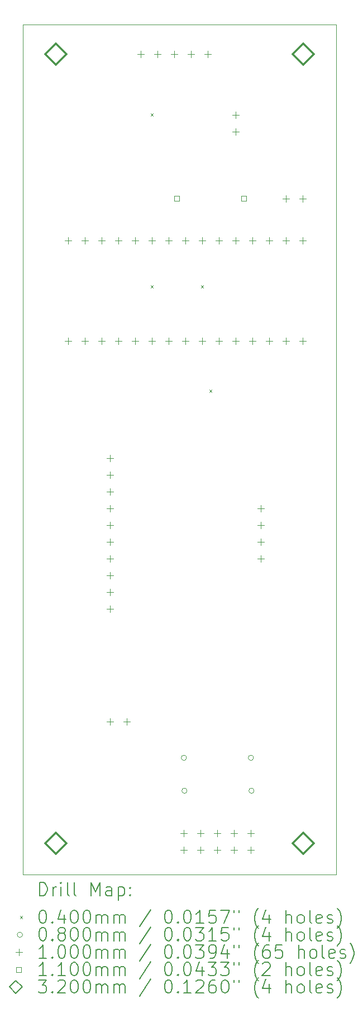
<source format=gbr>
%TF.GenerationSoftware,KiCad,Pcbnew,7.0.9*%
%TF.CreationDate,2025-03-02T20:15:29-05:00*%
%TF.ProjectId,Module_Nano_Pump,4d6f6475-6c65-45f4-9e61-6e6f5f50756d,rev?*%
%TF.SameCoordinates,Original*%
%TF.FileFunction,Drillmap*%
%TF.FilePolarity,Positive*%
%FSLAX45Y45*%
G04 Gerber Fmt 4.5, Leading zero omitted, Abs format (unit mm)*
G04 Created by KiCad (PCBNEW 7.0.9) date 2025-03-02 20:15:29*
%MOMM*%
%LPD*%
G01*
G04 APERTURE LIST*
%ADD10C,0.100000*%
%ADD11C,0.200000*%
%ADD12C,0.110000*%
%ADD13C,0.320000*%
G04 APERTURE END LIST*
D10*
X3251000Y-3075000D02*
X8001000Y-3075000D01*
X8001000Y-15975000D01*
X3251000Y-15975000D01*
X3251000Y-3075000D01*
D11*
D10*
X5187000Y-4425000D02*
X5227000Y-4465000D01*
X5227000Y-4425000D02*
X5187000Y-4465000D01*
X5187000Y-7028500D02*
X5227000Y-7068500D01*
X5227000Y-7028500D02*
X5187000Y-7068500D01*
X5949000Y-7028500D02*
X5989000Y-7068500D01*
X5989000Y-7028500D02*
X5949000Y-7068500D01*
X6076000Y-8616000D02*
X6116000Y-8656000D01*
X6116000Y-8616000D02*
X6076000Y-8656000D01*
X5733000Y-14200000D02*
G75*
G03*
X5733000Y-14200000I-40000J0D01*
G01*
X5741000Y-14700000D02*
G75*
G03*
X5741000Y-14700000I-40000J0D01*
G01*
X6749000Y-14200000D02*
G75*
G03*
X6749000Y-14200000I-40000J0D01*
G01*
X6757000Y-14700000D02*
G75*
G03*
X6757000Y-14700000I-40000J0D01*
G01*
X3937000Y-6300000D02*
X3937000Y-6400000D01*
X3887000Y-6350000D02*
X3987000Y-6350000D01*
X3937000Y-7824000D02*
X3937000Y-7924000D01*
X3887000Y-7874000D02*
X3987000Y-7874000D01*
X4191000Y-6300000D02*
X4191000Y-6400000D01*
X4141000Y-6350000D02*
X4241000Y-6350000D01*
X4191000Y-7824000D02*
X4191000Y-7924000D01*
X4141000Y-7874000D02*
X4241000Y-7874000D01*
X4445000Y-6300000D02*
X4445000Y-6400000D01*
X4395000Y-6350000D02*
X4495000Y-6350000D01*
X4445000Y-7824000D02*
X4445000Y-7924000D01*
X4395000Y-7874000D02*
X4495000Y-7874000D01*
X4572000Y-9602000D02*
X4572000Y-9702000D01*
X4522000Y-9652000D02*
X4622000Y-9652000D01*
X4572000Y-9856000D02*
X4572000Y-9956000D01*
X4522000Y-9906000D02*
X4622000Y-9906000D01*
X4572000Y-10110000D02*
X4572000Y-10210000D01*
X4522000Y-10160000D02*
X4622000Y-10160000D01*
X4572000Y-10364000D02*
X4572000Y-10464000D01*
X4522000Y-10414000D02*
X4622000Y-10414000D01*
X4572000Y-10618000D02*
X4572000Y-10718000D01*
X4522000Y-10668000D02*
X4622000Y-10668000D01*
X4572000Y-10872000D02*
X4572000Y-10972000D01*
X4522000Y-10922000D02*
X4622000Y-10922000D01*
X4572000Y-11126000D02*
X4572000Y-11226000D01*
X4522000Y-11176000D02*
X4622000Y-11176000D01*
X4572000Y-11380000D02*
X4572000Y-11480000D01*
X4522000Y-11430000D02*
X4622000Y-11430000D01*
X4572000Y-11634000D02*
X4572000Y-11734000D01*
X4522000Y-11684000D02*
X4622000Y-11684000D01*
X4572000Y-11888000D02*
X4572000Y-11988000D01*
X4522000Y-11938000D02*
X4622000Y-11938000D01*
X4572500Y-13602500D02*
X4572500Y-13702500D01*
X4522500Y-13652500D02*
X4622500Y-13652500D01*
X4699000Y-6300000D02*
X4699000Y-6400000D01*
X4649000Y-6350000D02*
X4749000Y-6350000D01*
X4699000Y-7824000D02*
X4699000Y-7924000D01*
X4649000Y-7874000D02*
X4749000Y-7874000D01*
X4826500Y-13602500D02*
X4826500Y-13702500D01*
X4776500Y-13652500D02*
X4876500Y-13652500D01*
X4953000Y-6300000D02*
X4953000Y-6400000D01*
X4903000Y-6350000D02*
X5003000Y-6350000D01*
X4953000Y-7824000D02*
X4953000Y-7924000D01*
X4903000Y-7874000D02*
X5003000Y-7874000D01*
X5039000Y-3475000D02*
X5039000Y-3575000D01*
X4989000Y-3525000D02*
X5089000Y-3525000D01*
X5207000Y-6300000D02*
X5207000Y-6400000D01*
X5157000Y-6350000D02*
X5257000Y-6350000D01*
X5207000Y-7824000D02*
X5207000Y-7924000D01*
X5157000Y-7874000D02*
X5257000Y-7874000D01*
X5293000Y-3475000D02*
X5293000Y-3575000D01*
X5243000Y-3525000D02*
X5343000Y-3525000D01*
X5461000Y-6300000D02*
X5461000Y-6400000D01*
X5411000Y-6350000D02*
X5511000Y-6350000D01*
X5461000Y-7824000D02*
X5461000Y-7924000D01*
X5411000Y-7874000D02*
X5511000Y-7874000D01*
X5547000Y-3475000D02*
X5547000Y-3575000D01*
X5497000Y-3525000D02*
X5597000Y-3525000D01*
X5693000Y-15296000D02*
X5693000Y-15396000D01*
X5643000Y-15346000D02*
X5743000Y-15346000D01*
X5693000Y-15550000D02*
X5693000Y-15650000D01*
X5643000Y-15600000D02*
X5743000Y-15600000D01*
X5715000Y-6300000D02*
X5715000Y-6400000D01*
X5665000Y-6350000D02*
X5765000Y-6350000D01*
X5715000Y-7824000D02*
X5715000Y-7924000D01*
X5665000Y-7874000D02*
X5765000Y-7874000D01*
X5801000Y-3475000D02*
X5801000Y-3575000D01*
X5751000Y-3525000D02*
X5851000Y-3525000D01*
X5947000Y-15296000D02*
X5947000Y-15396000D01*
X5897000Y-15346000D02*
X5997000Y-15346000D01*
X5947000Y-15550000D02*
X5947000Y-15650000D01*
X5897000Y-15600000D02*
X5997000Y-15600000D01*
X5969000Y-6300000D02*
X5969000Y-6400000D01*
X5919000Y-6350000D02*
X6019000Y-6350000D01*
X5969000Y-7824000D02*
X5969000Y-7924000D01*
X5919000Y-7874000D02*
X6019000Y-7874000D01*
X6055000Y-3475000D02*
X6055000Y-3575000D01*
X6005000Y-3525000D02*
X6105000Y-3525000D01*
X6201000Y-15296000D02*
X6201000Y-15396000D01*
X6151000Y-15346000D02*
X6251000Y-15346000D01*
X6201000Y-15550000D02*
X6201000Y-15650000D01*
X6151000Y-15600000D02*
X6251000Y-15600000D01*
X6223000Y-6300000D02*
X6223000Y-6400000D01*
X6173000Y-6350000D02*
X6273000Y-6350000D01*
X6223000Y-7824000D02*
X6223000Y-7924000D01*
X6173000Y-7874000D02*
X6273000Y-7874000D01*
X6455000Y-15296000D02*
X6455000Y-15396000D01*
X6405000Y-15346000D02*
X6505000Y-15346000D01*
X6455000Y-15550000D02*
X6455000Y-15650000D01*
X6405000Y-15600000D02*
X6505000Y-15600000D01*
X6477000Y-4395000D02*
X6477000Y-4495000D01*
X6427000Y-4445000D02*
X6527000Y-4445000D01*
X6477000Y-4649000D02*
X6477000Y-4749000D01*
X6427000Y-4699000D02*
X6527000Y-4699000D01*
X6477000Y-6300000D02*
X6477000Y-6400000D01*
X6427000Y-6350000D02*
X6527000Y-6350000D01*
X6477000Y-7824000D02*
X6477000Y-7924000D01*
X6427000Y-7874000D02*
X6527000Y-7874000D01*
X6709000Y-15296000D02*
X6709000Y-15396000D01*
X6659000Y-15346000D02*
X6759000Y-15346000D01*
X6709000Y-15550000D02*
X6709000Y-15650000D01*
X6659000Y-15600000D02*
X6759000Y-15600000D01*
X6731000Y-6300000D02*
X6731000Y-6400000D01*
X6681000Y-6350000D02*
X6781000Y-6350000D01*
X6731000Y-7824000D02*
X6731000Y-7924000D01*
X6681000Y-7874000D02*
X6781000Y-7874000D01*
X6858000Y-10364000D02*
X6858000Y-10464000D01*
X6808000Y-10414000D02*
X6908000Y-10414000D01*
X6858000Y-10618000D02*
X6858000Y-10718000D01*
X6808000Y-10668000D02*
X6908000Y-10668000D01*
X6858000Y-10872000D02*
X6858000Y-10972000D01*
X6808000Y-10922000D02*
X6908000Y-10922000D01*
X6858000Y-11126000D02*
X6858000Y-11226000D01*
X6808000Y-11176000D02*
X6908000Y-11176000D01*
X6985000Y-6300000D02*
X6985000Y-6400000D01*
X6935000Y-6350000D02*
X7035000Y-6350000D01*
X6985000Y-7824000D02*
X6985000Y-7924000D01*
X6935000Y-7874000D02*
X7035000Y-7874000D01*
X7239000Y-5665000D02*
X7239000Y-5765000D01*
X7189000Y-5715000D02*
X7289000Y-5715000D01*
X7239000Y-6300000D02*
X7239000Y-6400000D01*
X7189000Y-6350000D02*
X7289000Y-6350000D01*
X7239000Y-7824000D02*
X7239000Y-7924000D01*
X7189000Y-7874000D02*
X7289000Y-7874000D01*
X7493000Y-5665000D02*
X7493000Y-5765000D01*
X7443000Y-5715000D02*
X7543000Y-5715000D01*
X7493000Y-6300000D02*
X7493000Y-6400000D01*
X7443000Y-6350000D02*
X7543000Y-6350000D01*
X7493000Y-7824000D02*
X7493000Y-7924000D01*
X7443000Y-7874000D02*
X7543000Y-7874000D01*
D12*
X5626891Y-5753891D02*
X5626891Y-5676109D01*
X5549109Y-5676109D01*
X5549109Y-5753891D01*
X5626891Y-5753891D01*
X6642891Y-5753891D02*
X6642891Y-5676109D01*
X6565109Y-5676109D01*
X6565109Y-5753891D01*
X6642891Y-5753891D01*
D13*
X3751000Y-3685000D02*
X3911000Y-3525000D01*
X3751000Y-3365000D01*
X3591000Y-3525000D01*
X3751000Y-3685000D01*
X3751000Y-15660000D02*
X3911000Y-15500000D01*
X3751000Y-15340000D01*
X3591000Y-15500000D01*
X3751000Y-15660000D01*
X7501000Y-3685000D02*
X7661000Y-3525000D01*
X7501000Y-3365000D01*
X7341000Y-3525000D01*
X7501000Y-3685000D01*
X7501000Y-15660000D02*
X7661000Y-15500000D01*
X7501000Y-15340000D01*
X7341000Y-15500000D01*
X7501000Y-15660000D01*
D11*
X3506777Y-16291484D02*
X3506777Y-16091484D01*
X3506777Y-16091484D02*
X3554396Y-16091484D01*
X3554396Y-16091484D02*
X3582967Y-16101008D01*
X3582967Y-16101008D02*
X3602015Y-16120055D01*
X3602015Y-16120055D02*
X3611539Y-16139103D01*
X3611539Y-16139103D02*
X3621062Y-16177198D01*
X3621062Y-16177198D02*
X3621062Y-16205769D01*
X3621062Y-16205769D02*
X3611539Y-16243865D01*
X3611539Y-16243865D02*
X3602015Y-16262912D01*
X3602015Y-16262912D02*
X3582967Y-16281960D01*
X3582967Y-16281960D02*
X3554396Y-16291484D01*
X3554396Y-16291484D02*
X3506777Y-16291484D01*
X3706777Y-16291484D02*
X3706777Y-16158150D01*
X3706777Y-16196246D02*
X3716301Y-16177198D01*
X3716301Y-16177198D02*
X3725824Y-16167674D01*
X3725824Y-16167674D02*
X3744872Y-16158150D01*
X3744872Y-16158150D02*
X3763920Y-16158150D01*
X3830586Y-16291484D02*
X3830586Y-16158150D01*
X3830586Y-16091484D02*
X3821062Y-16101008D01*
X3821062Y-16101008D02*
X3830586Y-16110531D01*
X3830586Y-16110531D02*
X3840110Y-16101008D01*
X3840110Y-16101008D02*
X3830586Y-16091484D01*
X3830586Y-16091484D02*
X3830586Y-16110531D01*
X3954396Y-16291484D02*
X3935348Y-16281960D01*
X3935348Y-16281960D02*
X3925824Y-16262912D01*
X3925824Y-16262912D02*
X3925824Y-16091484D01*
X4059158Y-16291484D02*
X4040110Y-16281960D01*
X4040110Y-16281960D02*
X4030586Y-16262912D01*
X4030586Y-16262912D02*
X4030586Y-16091484D01*
X4287729Y-16291484D02*
X4287729Y-16091484D01*
X4287729Y-16091484D02*
X4354396Y-16234341D01*
X4354396Y-16234341D02*
X4421063Y-16091484D01*
X4421063Y-16091484D02*
X4421063Y-16291484D01*
X4602015Y-16291484D02*
X4602015Y-16186722D01*
X4602015Y-16186722D02*
X4592491Y-16167674D01*
X4592491Y-16167674D02*
X4573444Y-16158150D01*
X4573444Y-16158150D02*
X4535348Y-16158150D01*
X4535348Y-16158150D02*
X4516301Y-16167674D01*
X4602015Y-16281960D02*
X4582967Y-16291484D01*
X4582967Y-16291484D02*
X4535348Y-16291484D01*
X4535348Y-16291484D02*
X4516301Y-16281960D01*
X4516301Y-16281960D02*
X4506777Y-16262912D01*
X4506777Y-16262912D02*
X4506777Y-16243865D01*
X4506777Y-16243865D02*
X4516301Y-16224817D01*
X4516301Y-16224817D02*
X4535348Y-16215293D01*
X4535348Y-16215293D02*
X4582967Y-16215293D01*
X4582967Y-16215293D02*
X4602015Y-16205769D01*
X4697253Y-16158150D02*
X4697253Y-16358150D01*
X4697253Y-16167674D02*
X4716301Y-16158150D01*
X4716301Y-16158150D02*
X4754396Y-16158150D01*
X4754396Y-16158150D02*
X4773444Y-16167674D01*
X4773444Y-16167674D02*
X4782967Y-16177198D01*
X4782967Y-16177198D02*
X4792491Y-16196246D01*
X4792491Y-16196246D02*
X4792491Y-16253388D01*
X4792491Y-16253388D02*
X4782967Y-16272436D01*
X4782967Y-16272436D02*
X4773444Y-16281960D01*
X4773444Y-16281960D02*
X4754396Y-16291484D01*
X4754396Y-16291484D02*
X4716301Y-16291484D01*
X4716301Y-16291484D02*
X4697253Y-16281960D01*
X4878205Y-16272436D02*
X4887729Y-16281960D01*
X4887729Y-16281960D02*
X4878205Y-16291484D01*
X4878205Y-16291484D02*
X4868682Y-16281960D01*
X4868682Y-16281960D02*
X4878205Y-16272436D01*
X4878205Y-16272436D02*
X4878205Y-16291484D01*
X4878205Y-16167674D02*
X4887729Y-16177198D01*
X4887729Y-16177198D02*
X4878205Y-16186722D01*
X4878205Y-16186722D02*
X4868682Y-16177198D01*
X4868682Y-16177198D02*
X4878205Y-16167674D01*
X4878205Y-16167674D02*
X4878205Y-16186722D01*
D10*
X3206000Y-16600000D02*
X3246000Y-16640000D01*
X3246000Y-16600000D02*
X3206000Y-16640000D01*
D11*
X3544872Y-16511484D02*
X3563920Y-16511484D01*
X3563920Y-16511484D02*
X3582967Y-16521008D01*
X3582967Y-16521008D02*
X3592491Y-16530531D01*
X3592491Y-16530531D02*
X3602015Y-16549579D01*
X3602015Y-16549579D02*
X3611539Y-16587674D01*
X3611539Y-16587674D02*
X3611539Y-16635293D01*
X3611539Y-16635293D02*
X3602015Y-16673388D01*
X3602015Y-16673388D02*
X3592491Y-16692436D01*
X3592491Y-16692436D02*
X3582967Y-16701960D01*
X3582967Y-16701960D02*
X3563920Y-16711484D01*
X3563920Y-16711484D02*
X3544872Y-16711484D01*
X3544872Y-16711484D02*
X3525824Y-16701960D01*
X3525824Y-16701960D02*
X3516301Y-16692436D01*
X3516301Y-16692436D02*
X3506777Y-16673388D01*
X3506777Y-16673388D02*
X3497253Y-16635293D01*
X3497253Y-16635293D02*
X3497253Y-16587674D01*
X3497253Y-16587674D02*
X3506777Y-16549579D01*
X3506777Y-16549579D02*
X3516301Y-16530531D01*
X3516301Y-16530531D02*
X3525824Y-16521008D01*
X3525824Y-16521008D02*
X3544872Y-16511484D01*
X3697253Y-16692436D02*
X3706777Y-16701960D01*
X3706777Y-16701960D02*
X3697253Y-16711484D01*
X3697253Y-16711484D02*
X3687729Y-16701960D01*
X3687729Y-16701960D02*
X3697253Y-16692436D01*
X3697253Y-16692436D02*
X3697253Y-16711484D01*
X3878205Y-16578150D02*
X3878205Y-16711484D01*
X3830586Y-16501960D02*
X3782967Y-16644817D01*
X3782967Y-16644817D02*
X3906777Y-16644817D01*
X4021062Y-16511484D02*
X4040110Y-16511484D01*
X4040110Y-16511484D02*
X4059158Y-16521008D01*
X4059158Y-16521008D02*
X4068682Y-16530531D01*
X4068682Y-16530531D02*
X4078205Y-16549579D01*
X4078205Y-16549579D02*
X4087729Y-16587674D01*
X4087729Y-16587674D02*
X4087729Y-16635293D01*
X4087729Y-16635293D02*
X4078205Y-16673388D01*
X4078205Y-16673388D02*
X4068682Y-16692436D01*
X4068682Y-16692436D02*
X4059158Y-16701960D01*
X4059158Y-16701960D02*
X4040110Y-16711484D01*
X4040110Y-16711484D02*
X4021062Y-16711484D01*
X4021062Y-16711484D02*
X4002015Y-16701960D01*
X4002015Y-16701960D02*
X3992491Y-16692436D01*
X3992491Y-16692436D02*
X3982967Y-16673388D01*
X3982967Y-16673388D02*
X3973443Y-16635293D01*
X3973443Y-16635293D02*
X3973443Y-16587674D01*
X3973443Y-16587674D02*
X3982967Y-16549579D01*
X3982967Y-16549579D02*
X3992491Y-16530531D01*
X3992491Y-16530531D02*
X4002015Y-16521008D01*
X4002015Y-16521008D02*
X4021062Y-16511484D01*
X4211539Y-16511484D02*
X4230586Y-16511484D01*
X4230586Y-16511484D02*
X4249634Y-16521008D01*
X4249634Y-16521008D02*
X4259158Y-16530531D01*
X4259158Y-16530531D02*
X4268682Y-16549579D01*
X4268682Y-16549579D02*
X4278205Y-16587674D01*
X4278205Y-16587674D02*
X4278205Y-16635293D01*
X4278205Y-16635293D02*
X4268682Y-16673388D01*
X4268682Y-16673388D02*
X4259158Y-16692436D01*
X4259158Y-16692436D02*
X4249634Y-16701960D01*
X4249634Y-16701960D02*
X4230586Y-16711484D01*
X4230586Y-16711484D02*
X4211539Y-16711484D01*
X4211539Y-16711484D02*
X4192491Y-16701960D01*
X4192491Y-16701960D02*
X4182967Y-16692436D01*
X4182967Y-16692436D02*
X4173443Y-16673388D01*
X4173443Y-16673388D02*
X4163920Y-16635293D01*
X4163920Y-16635293D02*
X4163920Y-16587674D01*
X4163920Y-16587674D02*
X4173443Y-16549579D01*
X4173443Y-16549579D02*
X4182967Y-16530531D01*
X4182967Y-16530531D02*
X4192491Y-16521008D01*
X4192491Y-16521008D02*
X4211539Y-16511484D01*
X4363920Y-16711484D02*
X4363920Y-16578150D01*
X4363920Y-16597198D02*
X4373444Y-16587674D01*
X4373444Y-16587674D02*
X4392491Y-16578150D01*
X4392491Y-16578150D02*
X4421063Y-16578150D01*
X4421063Y-16578150D02*
X4440110Y-16587674D01*
X4440110Y-16587674D02*
X4449634Y-16606722D01*
X4449634Y-16606722D02*
X4449634Y-16711484D01*
X4449634Y-16606722D02*
X4459158Y-16587674D01*
X4459158Y-16587674D02*
X4478205Y-16578150D01*
X4478205Y-16578150D02*
X4506777Y-16578150D01*
X4506777Y-16578150D02*
X4525825Y-16587674D01*
X4525825Y-16587674D02*
X4535348Y-16606722D01*
X4535348Y-16606722D02*
X4535348Y-16711484D01*
X4630586Y-16711484D02*
X4630586Y-16578150D01*
X4630586Y-16597198D02*
X4640110Y-16587674D01*
X4640110Y-16587674D02*
X4659158Y-16578150D01*
X4659158Y-16578150D02*
X4687729Y-16578150D01*
X4687729Y-16578150D02*
X4706777Y-16587674D01*
X4706777Y-16587674D02*
X4716301Y-16606722D01*
X4716301Y-16606722D02*
X4716301Y-16711484D01*
X4716301Y-16606722D02*
X4725825Y-16587674D01*
X4725825Y-16587674D02*
X4744872Y-16578150D01*
X4744872Y-16578150D02*
X4773444Y-16578150D01*
X4773444Y-16578150D02*
X4792491Y-16587674D01*
X4792491Y-16587674D02*
X4802015Y-16606722D01*
X4802015Y-16606722D02*
X4802015Y-16711484D01*
X5192491Y-16501960D02*
X5021063Y-16759103D01*
X5449634Y-16511484D02*
X5468682Y-16511484D01*
X5468682Y-16511484D02*
X5487729Y-16521008D01*
X5487729Y-16521008D02*
X5497253Y-16530531D01*
X5497253Y-16530531D02*
X5506777Y-16549579D01*
X5506777Y-16549579D02*
X5516301Y-16587674D01*
X5516301Y-16587674D02*
X5516301Y-16635293D01*
X5516301Y-16635293D02*
X5506777Y-16673388D01*
X5506777Y-16673388D02*
X5497253Y-16692436D01*
X5497253Y-16692436D02*
X5487729Y-16701960D01*
X5487729Y-16701960D02*
X5468682Y-16711484D01*
X5468682Y-16711484D02*
X5449634Y-16711484D01*
X5449634Y-16711484D02*
X5430587Y-16701960D01*
X5430587Y-16701960D02*
X5421063Y-16692436D01*
X5421063Y-16692436D02*
X5411539Y-16673388D01*
X5411539Y-16673388D02*
X5402015Y-16635293D01*
X5402015Y-16635293D02*
X5402015Y-16587674D01*
X5402015Y-16587674D02*
X5411539Y-16549579D01*
X5411539Y-16549579D02*
X5421063Y-16530531D01*
X5421063Y-16530531D02*
X5430587Y-16521008D01*
X5430587Y-16521008D02*
X5449634Y-16511484D01*
X5602015Y-16692436D02*
X5611539Y-16701960D01*
X5611539Y-16701960D02*
X5602015Y-16711484D01*
X5602015Y-16711484D02*
X5592491Y-16701960D01*
X5592491Y-16701960D02*
X5602015Y-16692436D01*
X5602015Y-16692436D02*
X5602015Y-16711484D01*
X5735348Y-16511484D02*
X5754396Y-16511484D01*
X5754396Y-16511484D02*
X5773444Y-16521008D01*
X5773444Y-16521008D02*
X5782967Y-16530531D01*
X5782967Y-16530531D02*
X5792491Y-16549579D01*
X5792491Y-16549579D02*
X5802015Y-16587674D01*
X5802015Y-16587674D02*
X5802015Y-16635293D01*
X5802015Y-16635293D02*
X5792491Y-16673388D01*
X5792491Y-16673388D02*
X5782967Y-16692436D01*
X5782967Y-16692436D02*
X5773444Y-16701960D01*
X5773444Y-16701960D02*
X5754396Y-16711484D01*
X5754396Y-16711484D02*
X5735348Y-16711484D01*
X5735348Y-16711484D02*
X5716301Y-16701960D01*
X5716301Y-16701960D02*
X5706777Y-16692436D01*
X5706777Y-16692436D02*
X5697253Y-16673388D01*
X5697253Y-16673388D02*
X5687729Y-16635293D01*
X5687729Y-16635293D02*
X5687729Y-16587674D01*
X5687729Y-16587674D02*
X5697253Y-16549579D01*
X5697253Y-16549579D02*
X5706777Y-16530531D01*
X5706777Y-16530531D02*
X5716301Y-16521008D01*
X5716301Y-16521008D02*
X5735348Y-16511484D01*
X5992491Y-16711484D02*
X5878206Y-16711484D01*
X5935348Y-16711484D02*
X5935348Y-16511484D01*
X5935348Y-16511484D02*
X5916301Y-16540055D01*
X5916301Y-16540055D02*
X5897253Y-16559103D01*
X5897253Y-16559103D02*
X5878206Y-16568627D01*
X6173444Y-16511484D02*
X6078206Y-16511484D01*
X6078206Y-16511484D02*
X6068682Y-16606722D01*
X6068682Y-16606722D02*
X6078206Y-16597198D01*
X6078206Y-16597198D02*
X6097253Y-16587674D01*
X6097253Y-16587674D02*
X6144872Y-16587674D01*
X6144872Y-16587674D02*
X6163920Y-16597198D01*
X6163920Y-16597198D02*
X6173444Y-16606722D01*
X6173444Y-16606722D02*
X6182967Y-16625769D01*
X6182967Y-16625769D02*
X6182967Y-16673388D01*
X6182967Y-16673388D02*
X6173444Y-16692436D01*
X6173444Y-16692436D02*
X6163920Y-16701960D01*
X6163920Y-16701960D02*
X6144872Y-16711484D01*
X6144872Y-16711484D02*
X6097253Y-16711484D01*
X6097253Y-16711484D02*
X6078206Y-16701960D01*
X6078206Y-16701960D02*
X6068682Y-16692436D01*
X6249634Y-16511484D02*
X6382967Y-16511484D01*
X6382967Y-16511484D02*
X6297253Y-16711484D01*
X6449634Y-16511484D02*
X6449634Y-16549579D01*
X6525825Y-16511484D02*
X6525825Y-16549579D01*
X6821063Y-16787674D02*
X6811539Y-16778150D01*
X6811539Y-16778150D02*
X6792491Y-16749579D01*
X6792491Y-16749579D02*
X6782968Y-16730531D01*
X6782968Y-16730531D02*
X6773444Y-16701960D01*
X6773444Y-16701960D02*
X6763920Y-16654341D01*
X6763920Y-16654341D02*
X6763920Y-16616246D01*
X6763920Y-16616246D02*
X6773444Y-16568627D01*
X6773444Y-16568627D02*
X6782968Y-16540055D01*
X6782968Y-16540055D02*
X6792491Y-16521008D01*
X6792491Y-16521008D02*
X6811539Y-16492436D01*
X6811539Y-16492436D02*
X6821063Y-16482912D01*
X6982968Y-16578150D02*
X6982968Y-16711484D01*
X6935348Y-16501960D02*
X6887729Y-16644817D01*
X6887729Y-16644817D02*
X7011539Y-16644817D01*
X7240110Y-16711484D02*
X7240110Y-16511484D01*
X7325825Y-16711484D02*
X7325825Y-16606722D01*
X7325825Y-16606722D02*
X7316301Y-16587674D01*
X7316301Y-16587674D02*
X7297253Y-16578150D01*
X7297253Y-16578150D02*
X7268682Y-16578150D01*
X7268682Y-16578150D02*
X7249634Y-16587674D01*
X7249634Y-16587674D02*
X7240110Y-16597198D01*
X7449634Y-16711484D02*
X7430587Y-16701960D01*
X7430587Y-16701960D02*
X7421063Y-16692436D01*
X7421063Y-16692436D02*
X7411539Y-16673388D01*
X7411539Y-16673388D02*
X7411539Y-16616246D01*
X7411539Y-16616246D02*
X7421063Y-16597198D01*
X7421063Y-16597198D02*
X7430587Y-16587674D01*
X7430587Y-16587674D02*
X7449634Y-16578150D01*
X7449634Y-16578150D02*
X7478206Y-16578150D01*
X7478206Y-16578150D02*
X7497253Y-16587674D01*
X7497253Y-16587674D02*
X7506777Y-16597198D01*
X7506777Y-16597198D02*
X7516301Y-16616246D01*
X7516301Y-16616246D02*
X7516301Y-16673388D01*
X7516301Y-16673388D02*
X7506777Y-16692436D01*
X7506777Y-16692436D02*
X7497253Y-16701960D01*
X7497253Y-16701960D02*
X7478206Y-16711484D01*
X7478206Y-16711484D02*
X7449634Y-16711484D01*
X7630587Y-16711484D02*
X7611539Y-16701960D01*
X7611539Y-16701960D02*
X7602015Y-16682912D01*
X7602015Y-16682912D02*
X7602015Y-16511484D01*
X7782968Y-16701960D02*
X7763920Y-16711484D01*
X7763920Y-16711484D02*
X7725825Y-16711484D01*
X7725825Y-16711484D02*
X7706777Y-16701960D01*
X7706777Y-16701960D02*
X7697253Y-16682912D01*
X7697253Y-16682912D02*
X7697253Y-16606722D01*
X7697253Y-16606722D02*
X7706777Y-16587674D01*
X7706777Y-16587674D02*
X7725825Y-16578150D01*
X7725825Y-16578150D02*
X7763920Y-16578150D01*
X7763920Y-16578150D02*
X7782968Y-16587674D01*
X7782968Y-16587674D02*
X7792491Y-16606722D01*
X7792491Y-16606722D02*
X7792491Y-16625769D01*
X7792491Y-16625769D02*
X7697253Y-16644817D01*
X7868682Y-16701960D02*
X7887730Y-16711484D01*
X7887730Y-16711484D02*
X7925825Y-16711484D01*
X7925825Y-16711484D02*
X7944872Y-16701960D01*
X7944872Y-16701960D02*
X7954396Y-16682912D01*
X7954396Y-16682912D02*
X7954396Y-16673388D01*
X7954396Y-16673388D02*
X7944872Y-16654341D01*
X7944872Y-16654341D02*
X7925825Y-16644817D01*
X7925825Y-16644817D02*
X7897253Y-16644817D01*
X7897253Y-16644817D02*
X7878206Y-16635293D01*
X7878206Y-16635293D02*
X7868682Y-16616246D01*
X7868682Y-16616246D02*
X7868682Y-16606722D01*
X7868682Y-16606722D02*
X7878206Y-16587674D01*
X7878206Y-16587674D02*
X7897253Y-16578150D01*
X7897253Y-16578150D02*
X7925825Y-16578150D01*
X7925825Y-16578150D02*
X7944872Y-16587674D01*
X8021063Y-16787674D02*
X8030587Y-16778150D01*
X8030587Y-16778150D02*
X8049634Y-16749579D01*
X8049634Y-16749579D02*
X8059158Y-16730531D01*
X8059158Y-16730531D02*
X8068682Y-16701960D01*
X8068682Y-16701960D02*
X8078206Y-16654341D01*
X8078206Y-16654341D02*
X8078206Y-16616246D01*
X8078206Y-16616246D02*
X8068682Y-16568627D01*
X8068682Y-16568627D02*
X8059158Y-16540055D01*
X8059158Y-16540055D02*
X8049634Y-16521008D01*
X8049634Y-16521008D02*
X8030587Y-16492436D01*
X8030587Y-16492436D02*
X8021063Y-16482912D01*
D10*
X3246000Y-16884000D02*
G75*
G03*
X3246000Y-16884000I-40000J0D01*
G01*
D11*
X3544872Y-16775484D02*
X3563920Y-16775484D01*
X3563920Y-16775484D02*
X3582967Y-16785008D01*
X3582967Y-16785008D02*
X3592491Y-16794531D01*
X3592491Y-16794531D02*
X3602015Y-16813579D01*
X3602015Y-16813579D02*
X3611539Y-16851674D01*
X3611539Y-16851674D02*
X3611539Y-16899293D01*
X3611539Y-16899293D02*
X3602015Y-16937389D01*
X3602015Y-16937389D02*
X3592491Y-16956436D01*
X3592491Y-16956436D02*
X3582967Y-16965960D01*
X3582967Y-16965960D02*
X3563920Y-16975484D01*
X3563920Y-16975484D02*
X3544872Y-16975484D01*
X3544872Y-16975484D02*
X3525824Y-16965960D01*
X3525824Y-16965960D02*
X3516301Y-16956436D01*
X3516301Y-16956436D02*
X3506777Y-16937389D01*
X3506777Y-16937389D02*
X3497253Y-16899293D01*
X3497253Y-16899293D02*
X3497253Y-16851674D01*
X3497253Y-16851674D02*
X3506777Y-16813579D01*
X3506777Y-16813579D02*
X3516301Y-16794531D01*
X3516301Y-16794531D02*
X3525824Y-16785008D01*
X3525824Y-16785008D02*
X3544872Y-16775484D01*
X3697253Y-16956436D02*
X3706777Y-16965960D01*
X3706777Y-16965960D02*
X3697253Y-16975484D01*
X3697253Y-16975484D02*
X3687729Y-16965960D01*
X3687729Y-16965960D02*
X3697253Y-16956436D01*
X3697253Y-16956436D02*
X3697253Y-16975484D01*
X3821062Y-16861198D02*
X3802015Y-16851674D01*
X3802015Y-16851674D02*
X3792491Y-16842150D01*
X3792491Y-16842150D02*
X3782967Y-16823103D01*
X3782967Y-16823103D02*
X3782967Y-16813579D01*
X3782967Y-16813579D02*
X3792491Y-16794531D01*
X3792491Y-16794531D02*
X3802015Y-16785008D01*
X3802015Y-16785008D02*
X3821062Y-16775484D01*
X3821062Y-16775484D02*
X3859158Y-16775484D01*
X3859158Y-16775484D02*
X3878205Y-16785008D01*
X3878205Y-16785008D02*
X3887729Y-16794531D01*
X3887729Y-16794531D02*
X3897253Y-16813579D01*
X3897253Y-16813579D02*
X3897253Y-16823103D01*
X3897253Y-16823103D02*
X3887729Y-16842150D01*
X3887729Y-16842150D02*
X3878205Y-16851674D01*
X3878205Y-16851674D02*
X3859158Y-16861198D01*
X3859158Y-16861198D02*
X3821062Y-16861198D01*
X3821062Y-16861198D02*
X3802015Y-16870722D01*
X3802015Y-16870722D02*
X3792491Y-16880246D01*
X3792491Y-16880246D02*
X3782967Y-16899293D01*
X3782967Y-16899293D02*
X3782967Y-16937389D01*
X3782967Y-16937389D02*
X3792491Y-16956436D01*
X3792491Y-16956436D02*
X3802015Y-16965960D01*
X3802015Y-16965960D02*
X3821062Y-16975484D01*
X3821062Y-16975484D02*
X3859158Y-16975484D01*
X3859158Y-16975484D02*
X3878205Y-16965960D01*
X3878205Y-16965960D02*
X3887729Y-16956436D01*
X3887729Y-16956436D02*
X3897253Y-16937389D01*
X3897253Y-16937389D02*
X3897253Y-16899293D01*
X3897253Y-16899293D02*
X3887729Y-16880246D01*
X3887729Y-16880246D02*
X3878205Y-16870722D01*
X3878205Y-16870722D02*
X3859158Y-16861198D01*
X4021062Y-16775484D02*
X4040110Y-16775484D01*
X4040110Y-16775484D02*
X4059158Y-16785008D01*
X4059158Y-16785008D02*
X4068682Y-16794531D01*
X4068682Y-16794531D02*
X4078205Y-16813579D01*
X4078205Y-16813579D02*
X4087729Y-16851674D01*
X4087729Y-16851674D02*
X4087729Y-16899293D01*
X4087729Y-16899293D02*
X4078205Y-16937389D01*
X4078205Y-16937389D02*
X4068682Y-16956436D01*
X4068682Y-16956436D02*
X4059158Y-16965960D01*
X4059158Y-16965960D02*
X4040110Y-16975484D01*
X4040110Y-16975484D02*
X4021062Y-16975484D01*
X4021062Y-16975484D02*
X4002015Y-16965960D01*
X4002015Y-16965960D02*
X3992491Y-16956436D01*
X3992491Y-16956436D02*
X3982967Y-16937389D01*
X3982967Y-16937389D02*
X3973443Y-16899293D01*
X3973443Y-16899293D02*
X3973443Y-16851674D01*
X3973443Y-16851674D02*
X3982967Y-16813579D01*
X3982967Y-16813579D02*
X3992491Y-16794531D01*
X3992491Y-16794531D02*
X4002015Y-16785008D01*
X4002015Y-16785008D02*
X4021062Y-16775484D01*
X4211539Y-16775484D02*
X4230586Y-16775484D01*
X4230586Y-16775484D02*
X4249634Y-16785008D01*
X4249634Y-16785008D02*
X4259158Y-16794531D01*
X4259158Y-16794531D02*
X4268682Y-16813579D01*
X4268682Y-16813579D02*
X4278205Y-16851674D01*
X4278205Y-16851674D02*
X4278205Y-16899293D01*
X4278205Y-16899293D02*
X4268682Y-16937389D01*
X4268682Y-16937389D02*
X4259158Y-16956436D01*
X4259158Y-16956436D02*
X4249634Y-16965960D01*
X4249634Y-16965960D02*
X4230586Y-16975484D01*
X4230586Y-16975484D02*
X4211539Y-16975484D01*
X4211539Y-16975484D02*
X4192491Y-16965960D01*
X4192491Y-16965960D02*
X4182967Y-16956436D01*
X4182967Y-16956436D02*
X4173443Y-16937389D01*
X4173443Y-16937389D02*
X4163920Y-16899293D01*
X4163920Y-16899293D02*
X4163920Y-16851674D01*
X4163920Y-16851674D02*
X4173443Y-16813579D01*
X4173443Y-16813579D02*
X4182967Y-16794531D01*
X4182967Y-16794531D02*
X4192491Y-16785008D01*
X4192491Y-16785008D02*
X4211539Y-16775484D01*
X4363920Y-16975484D02*
X4363920Y-16842150D01*
X4363920Y-16861198D02*
X4373444Y-16851674D01*
X4373444Y-16851674D02*
X4392491Y-16842150D01*
X4392491Y-16842150D02*
X4421063Y-16842150D01*
X4421063Y-16842150D02*
X4440110Y-16851674D01*
X4440110Y-16851674D02*
X4449634Y-16870722D01*
X4449634Y-16870722D02*
X4449634Y-16975484D01*
X4449634Y-16870722D02*
X4459158Y-16851674D01*
X4459158Y-16851674D02*
X4478205Y-16842150D01*
X4478205Y-16842150D02*
X4506777Y-16842150D01*
X4506777Y-16842150D02*
X4525825Y-16851674D01*
X4525825Y-16851674D02*
X4535348Y-16870722D01*
X4535348Y-16870722D02*
X4535348Y-16975484D01*
X4630586Y-16975484D02*
X4630586Y-16842150D01*
X4630586Y-16861198D02*
X4640110Y-16851674D01*
X4640110Y-16851674D02*
X4659158Y-16842150D01*
X4659158Y-16842150D02*
X4687729Y-16842150D01*
X4687729Y-16842150D02*
X4706777Y-16851674D01*
X4706777Y-16851674D02*
X4716301Y-16870722D01*
X4716301Y-16870722D02*
X4716301Y-16975484D01*
X4716301Y-16870722D02*
X4725825Y-16851674D01*
X4725825Y-16851674D02*
X4744872Y-16842150D01*
X4744872Y-16842150D02*
X4773444Y-16842150D01*
X4773444Y-16842150D02*
X4792491Y-16851674D01*
X4792491Y-16851674D02*
X4802015Y-16870722D01*
X4802015Y-16870722D02*
X4802015Y-16975484D01*
X5192491Y-16765960D02*
X5021063Y-17023103D01*
X5449634Y-16775484D02*
X5468682Y-16775484D01*
X5468682Y-16775484D02*
X5487729Y-16785008D01*
X5487729Y-16785008D02*
X5497253Y-16794531D01*
X5497253Y-16794531D02*
X5506777Y-16813579D01*
X5506777Y-16813579D02*
X5516301Y-16851674D01*
X5516301Y-16851674D02*
X5516301Y-16899293D01*
X5516301Y-16899293D02*
X5506777Y-16937389D01*
X5506777Y-16937389D02*
X5497253Y-16956436D01*
X5497253Y-16956436D02*
X5487729Y-16965960D01*
X5487729Y-16965960D02*
X5468682Y-16975484D01*
X5468682Y-16975484D02*
X5449634Y-16975484D01*
X5449634Y-16975484D02*
X5430587Y-16965960D01*
X5430587Y-16965960D02*
X5421063Y-16956436D01*
X5421063Y-16956436D02*
X5411539Y-16937389D01*
X5411539Y-16937389D02*
X5402015Y-16899293D01*
X5402015Y-16899293D02*
X5402015Y-16851674D01*
X5402015Y-16851674D02*
X5411539Y-16813579D01*
X5411539Y-16813579D02*
X5421063Y-16794531D01*
X5421063Y-16794531D02*
X5430587Y-16785008D01*
X5430587Y-16785008D02*
X5449634Y-16775484D01*
X5602015Y-16956436D02*
X5611539Y-16965960D01*
X5611539Y-16965960D02*
X5602015Y-16975484D01*
X5602015Y-16975484D02*
X5592491Y-16965960D01*
X5592491Y-16965960D02*
X5602015Y-16956436D01*
X5602015Y-16956436D02*
X5602015Y-16975484D01*
X5735348Y-16775484D02*
X5754396Y-16775484D01*
X5754396Y-16775484D02*
X5773444Y-16785008D01*
X5773444Y-16785008D02*
X5782967Y-16794531D01*
X5782967Y-16794531D02*
X5792491Y-16813579D01*
X5792491Y-16813579D02*
X5802015Y-16851674D01*
X5802015Y-16851674D02*
X5802015Y-16899293D01*
X5802015Y-16899293D02*
X5792491Y-16937389D01*
X5792491Y-16937389D02*
X5782967Y-16956436D01*
X5782967Y-16956436D02*
X5773444Y-16965960D01*
X5773444Y-16965960D02*
X5754396Y-16975484D01*
X5754396Y-16975484D02*
X5735348Y-16975484D01*
X5735348Y-16975484D02*
X5716301Y-16965960D01*
X5716301Y-16965960D02*
X5706777Y-16956436D01*
X5706777Y-16956436D02*
X5697253Y-16937389D01*
X5697253Y-16937389D02*
X5687729Y-16899293D01*
X5687729Y-16899293D02*
X5687729Y-16851674D01*
X5687729Y-16851674D02*
X5697253Y-16813579D01*
X5697253Y-16813579D02*
X5706777Y-16794531D01*
X5706777Y-16794531D02*
X5716301Y-16785008D01*
X5716301Y-16785008D02*
X5735348Y-16775484D01*
X5868682Y-16775484D02*
X5992491Y-16775484D01*
X5992491Y-16775484D02*
X5925825Y-16851674D01*
X5925825Y-16851674D02*
X5954396Y-16851674D01*
X5954396Y-16851674D02*
X5973444Y-16861198D01*
X5973444Y-16861198D02*
X5982967Y-16870722D01*
X5982967Y-16870722D02*
X5992491Y-16889770D01*
X5992491Y-16889770D02*
X5992491Y-16937389D01*
X5992491Y-16937389D02*
X5982967Y-16956436D01*
X5982967Y-16956436D02*
X5973444Y-16965960D01*
X5973444Y-16965960D02*
X5954396Y-16975484D01*
X5954396Y-16975484D02*
X5897253Y-16975484D01*
X5897253Y-16975484D02*
X5878206Y-16965960D01*
X5878206Y-16965960D02*
X5868682Y-16956436D01*
X6182967Y-16975484D02*
X6068682Y-16975484D01*
X6125825Y-16975484D02*
X6125825Y-16775484D01*
X6125825Y-16775484D02*
X6106777Y-16804055D01*
X6106777Y-16804055D02*
X6087729Y-16823103D01*
X6087729Y-16823103D02*
X6068682Y-16832627D01*
X6363920Y-16775484D02*
X6268682Y-16775484D01*
X6268682Y-16775484D02*
X6259158Y-16870722D01*
X6259158Y-16870722D02*
X6268682Y-16861198D01*
X6268682Y-16861198D02*
X6287729Y-16851674D01*
X6287729Y-16851674D02*
X6335348Y-16851674D01*
X6335348Y-16851674D02*
X6354396Y-16861198D01*
X6354396Y-16861198D02*
X6363920Y-16870722D01*
X6363920Y-16870722D02*
X6373444Y-16889770D01*
X6373444Y-16889770D02*
X6373444Y-16937389D01*
X6373444Y-16937389D02*
X6363920Y-16956436D01*
X6363920Y-16956436D02*
X6354396Y-16965960D01*
X6354396Y-16965960D02*
X6335348Y-16975484D01*
X6335348Y-16975484D02*
X6287729Y-16975484D01*
X6287729Y-16975484D02*
X6268682Y-16965960D01*
X6268682Y-16965960D02*
X6259158Y-16956436D01*
X6449634Y-16775484D02*
X6449634Y-16813579D01*
X6525825Y-16775484D02*
X6525825Y-16813579D01*
X6821063Y-17051674D02*
X6811539Y-17042150D01*
X6811539Y-17042150D02*
X6792491Y-17013579D01*
X6792491Y-17013579D02*
X6782968Y-16994531D01*
X6782968Y-16994531D02*
X6773444Y-16965960D01*
X6773444Y-16965960D02*
X6763920Y-16918341D01*
X6763920Y-16918341D02*
X6763920Y-16880246D01*
X6763920Y-16880246D02*
X6773444Y-16832627D01*
X6773444Y-16832627D02*
X6782968Y-16804055D01*
X6782968Y-16804055D02*
X6792491Y-16785008D01*
X6792491Y-16785008D02*
X6811539Y-16756436D01*
X6811539Y-16756436D02*
X6821063Y-16746912D01*
X6982968Y-16842150D02*
X6982968Y-16975484D01*
X6935348Y-16765960D02*
X6887729Y-16908817D01*
X6887729Y-16908817D02*
X7011539Y-16908817D01*
X7240110Y-16975484D02*
X7240110Y-16775484D01*
X7325825Y-16975484D02*
X7325825Y-16870722D01*
X7325825Y-16870722D02*
X7316301Y-16851674D01*
X7316301Y-16851674D02*
X7297253Y-16842150D01*
X7297253Y-16842150D02*
X7268682Y-16842150D01*
X7268682Y-16842150D02*
X7249634Y-16851674D01*
X7249634Y-16851674D02*
X7240110Y-16861198D01*
X7449634Y-16975484D02*
X7430587Y-16965960D01*
X7430587Y-16965960D02*
X7421063Y-16956436D01*
X7421063Y-16956436D02*
X7411539Y-16937389D01*
X7411539Y-16937389D02*
X7411539Y-16880246D01*
X7411539Y-16880246D02*
X7421063Y-16861198D01*
X7421063Y-16861198D02*
X7430587Y-16851674D01*
X7430587Y-16851674D02*
X7449634Y-16842150D01*
X7449634Y-16842150D02*
X7478206Y-16842150D01*
X7478206Y-16842150D02*
X7497253Y-16851674D01*
X7497253Y-16851674D02*
X7506777Y-16861198D01*
X7506777Y-16861198D02*
X7516301Y-16880246D01*
X7516301Y-16880246D02*
X7516301Y-16937389D01*
X7516301Y-16937389D02*
X7506777Y-16956436D01*
X7506777Y-16956436D02*
X7497253Y-16965960D01*
X7497253Y-16965960D02*
X7478206Y-16975484D01*
X7478206Y-16975484D02*
X7449634Y-16975484D01*
X7630587Y-16975484D02*
X7611539Y-16965960D01*
X7611539Y-16965960D02*
X7602015Y-16946912D01*
X7602015Y-16946912D02*
X7602015Y-16775484D01*
X7782968Y-16965960D02*
X7763920Y-16975484D01*
X7763920Y-16975484D02*
X7725825Y-16975484D01*
X7725825Y-16975484D02*
X7706777Y-16965960D01*
X7706777Y-16965960D02*
X7697253Y-16946912D01*
X7697253Y-16946912D02*
X7697253Y-16870722D01*
X7697253Y-16870722D02*
X7706777Y-16851674D01*
X7706777Y-16851674D02*
X7725825Y-16842150D01*
X7725825Y-16842150D02*
X7763920Y-16842150D01*
X7763920Y-16842150D02*
X7782968Y-16851674D01*
X7782968Y-16851674D02*
X7792491Y-16870722D01*
X7792491Y-16870722D02*
X7792491Y-16889770D01*
X7792491Y-16889770D02*
X7697253Y-16908817D01*
X7868682Y-16965960D02*
X7887730Y-16975484D01*
X7887730Y-16975484D02*
X7925825Y-16975484D01*
X7925825Y-16975484D02*
X7944872Y-16965960D01*
X7944872Y-16965960D02*
X7954396Y-16946912D01*
X7954396Y-16946912D02*
X7954396Y-16937389D01*
X7954396Y-16937389D02*
X7944872Y-16918341D01*
X7944872Y-16918341D02*
X7925825Y-16908817D01*
X7925825Y-16908817D02*
X7897253Y-16908817D01*
X7897253Y-16908817D02*
X7878206Y-16899293D01*
X7878206Y-16899293D02*
X7868682Y-16880246D01*
X7868682Y-16880246D02*
X7868682Y-16870722D01*
X7868682Y-16870722D02*
X7878206Y-16851674D01*
X7878206Y-16851674D02*
X7897253Y-16842150D01*
X7897253Y-16842150D02*
X7925825Y-16842150D01*
X7925825Y-16842150D02*
X7944872Y-16851674D01*
X8021063Y-17051674D02*
X8030587Y-17042150D01*
X8030587Y-17042150D02*
X8049634Y-17013579D01*
X8049634Y-17013579D02*
X8059158Y-16994531D01*
X8059158Y-16994531D02*
X8068682Y-16965960D01*
X8068682Y-16965960D02*
X8078206Y-16918341D01*
X8078206Y-16918341D02*
X8078206Y-16880246D01*
X8078206Y-16880246D02*
X8068682Y-16832627D01*
X8068682Y-16832627D02*
X8059158Y-16804055D01*
X8059158Y-16804055D02*
X8049634Y-16785008D01*
X8049634Y-16785008D02*
X8030587Y-16756436D01*
X8030587Y-16756436D02*
X8021063Y-16746912D01*
D10*
X3196000Y-17098000D02*
X3196000Y-17198000D01*
X3146000Y-17148000D02*
X3246000Y-17148000D01*
D11*
X3611539Y-17239484D02*
X3497253Y-17239484D01*
X3554396Y-17239484D02*
X3554396Y-17039484D01*
X3554396Y-17039484D02*
X3535348Y-17068055D01*
X3535348Y-17068055D02*
X3516301Y-17087103D01*
X3516301Y-17087103D02*
X3497253Y-17096627D01*
X3697253Y-17220436D02*
X3706777Y-17229960D01*
X3706777Y-17229960D02*
X3697253Y-17239484D01*
X3697253Y-17239484D02*
X3687729Y-17229960D01*
X3687729Y-17229960D02*
X3697253Y-17220436D01*
X3697253Y-17220436D02*
X3697253Y-17239484D01*
X3830586Y-17039484D02*
X3849634Y-17039484D01*
X3849634Y-17039484D02*
X3868682Y-17049008D01*
X3868682Y-17049008D02*
X3878205Y-17058531D01*
X3878205Y-17058531D02*
X3887729Y-17077579D01*
X3887729Y-17077579D02*
X3897253Y-17115674D01*
X3897253Y-17115674D02*
X3897253Y-17163293D01*
X3897253Y-17163293D02*
X3887729Y-17201389D01*
X3887729Y-17201389D02*
X3878205Y-17220436D01*
X3878205Y-17220436D02*
X3868682Y-17229960D01*
X3868682Y-17229960D02*
X3849634Y-17239484D01*
X3849634Y-17239484D02*
X3830586Y-17239484D01*
X3830586Y-17239484D02*
X3811539Y-17229960D01*
X3811539Y-17229960D02*
X3802015Y-17220436D01*
X3802015Y-17220436D02*
X3792491Y-17201389D01*
X3792491Y-17201389D02*
X3782967Y-17163293D01*
X3782967Y-17163293D02*
X3782967Y-17115674D01*
X3782967Y-17115674D02*
X3792491Y-17077579D01*
X3792491Y-17077579D02*
X3802015Y-17058531D01*
X3802015Y-17058531D02*
X3811539Y-17049008D01*
X3811539Y-17049008D02*
X3830586Y-17039484D01*
X4021062Y-17039484D02*
X4040110Y-17039484D01*
X4040110Y-17039484D02*
X4059158Y-17049008D01*
X4059158Y-17049008D02*
X4068682Y-17058531D01*
X4068682Y-17058531D02*
X4078205Y-17077579D01*
X4078205Y-17077579D02*
X4087729Y-17115674D01*
X4087729Y-17115674D02*
X4087729Y-17163293D01*
X4087729Y-17163293D02*
X4078205Y-17201389D01*
X4078205Y-17201389D02*
X4068682Y-17220436D01*
X4068682Y-17220436D02*
X4059158Y-17229960D01*
X4059158Y-17229960D02*
X4040110Y-17239484D01*
X4040110Y-17239484D02*
X4021062Y-17239484D01*
X4021062Y-17239484D02*
X4002015Y-17229960D01*
X4002015Y-17229960D02*
X3992491Y-17220436D01*
X3992491Y-17220436D02*
X3982967Y-17201389D01*
X3982967Y-17201389D02*
X3973443Y-17163293D01*
X3973443Y-17163293D02*
X3973443Y-17115674D01*
X3973443Y-17115674D02*
X3982967Y-17077579D01*
X3982967Y-17077579D02*
X3992491Y-17058531D01*
X3992491Y-17058531D02*
X4002015Y-17049008D01*
X4002015Y-17049008D02*
X4021062Y-17039484D01*
X4211539Y-17039484D02*
X4230586Y-17039484D01*
X4230586Y-17039484D02*
X4249634Y-17049008D01*
X4249634Y-17049008D02*
X4259158Y-17058531D01*
X4259158Y-17058531D02*
X4268682Y-17077579D01*
X4268682Y-17077579D02*
X4278205Y-17115674D01*
X4278205Y-17115674D02*
X4278205Y-17163293D01*
X4278205Y-17163293D02*
X4268682Y-17201389D01*
X4268682Y-17201389D02*
X4259158Y-17220436D01*
X4259158Y-17220436D02*
X4249634Y-17229960D01*
X4249634Y-17229960D02*
X4230586Y-17239484D01*
X4230586Y-17239484D02*
X4211539Y-17239484D01*
X4211539Y-17239484D02*
X4192491Y-17229960D01*
X4192491Y-17229960D02*
X4182967Y-17220436D01*
X4182967Y-17220436D02*
X4173443Y-17201389D01*
X4173443Y-17201389D02*
X4163920Y-17163293D01*
X4163920Y-17163293D02*
X4163920Y-17115674D01*
X4163920Y-17115674D02*
X4173443Y-17077579D01*
X4173443Y-17077579D02*
X4182967Y-17058531D01*
X4182967Y-17058531D02*
X4192491Y-17049008D01*
X4192491Y-17049008D02*
X4211539Y-17039484D01*
X4363920Y-17239484D02*
X4363920Y-17106150D01*
X4363920Y-17125198D02*
X4373444Y-17115674D01*
X4373444Y-17115674D02*
X4392491Y-17106150D01*
X4392491Y-17106150D02*
X4421063Y-17106150D01*
X4421063Y-17106150D02*
X4440110Y-17115674D01*
X4440110Y-17115674D02*
X4449634Y-17134722D01*
X4449634Y-17134722D02*
X4449634Y-17239484D01*
X4449634Y-17134722D02*
X4459158Y-17115674D01*
X4459158Y-17115674D02*
X4478205Y-17106150D01*
X4478205Y-17106150D02*
X4506777Y-17106150D01*
X4506777Y-17106150D02*
X4525825Y-17115674D01*
X4525825Y-17115674D02*
X4535348Y-17134722D01*
X4535348Y-17134722D02*
X4535348Y-17239484D01*
X4630586Y-17239484D02*
X4630586Y-17106150D01*
X4630586Y-17125198D02*
X4640110Y-17115674D01*
X4640110Y-17115674D02*
X4659158Y-17106150D01*
X4659158Y-17106150D02*
X4687729Y-17106150D01*
X4687729Y-17106150D02*
X4706777Y-17115674D01*
X4706777Y-17115674D02*
X4716301Y-17134722D01*
X4716301Y-17134722D02*
X4716301Y-17239484D01*
X4716301Y-17134722D02*
X4725825Y-17115674D01*
X4725825Y-17115674D02*
X4744872Y-17106150D01*
X4744872Y-17106150D02*
X4773444Y-17106150D01*
X4773444Y-17106150D02*
X4792491Y-17115674D01*
X4792491Y-17115674D02*
X4802015Y-17134722D01*
X4802015Y-17134722D02*
X4802015Y-17239484D01*
X5192491Y-17029960D02*
X5021063Y-17287103D01*
X5449634Y-17039484D02*
X5468682Y-17039484D01*
X5468682Y-17039484D02*
X5487729Y-17049008D01*
X5487729Y-17049008D02*
X5497253Y-17058531D01*
X5497253Y-17058531D02*
X5506777Y-17077579D01*
X5506777Y-17077579D02*
X5516301Y-17115674D01*
X5516301Y-17115674D02*
X5516301Y-17163293D01*
X5516301Y-17163293D02*
X5506777Y-17201389D01*
X5506777Y-17201389D02*
X5497253Y-17220436D01*
X5497253Y-17220436D02*
X5487729Y-17229960D01*
X5487729Y-17229960D02*
X5468682Y-17239484D01*
X5468682Y-17239484D02*
X5449634Y-17239484D01*
X5449634Y-17239484D02*
X5430587Y-17229960D01*
X5430587Y-17229960D02*
X5421063Y-17220436D01*
X5421063Y-17220436D02*
X5411539Y-17201389D01*
X5411539Y-17201389D02*
X5402015Y-17163293D01*
X5402015Y-17163293D02*
X5402015Y-17115674D01*
X5402015Y-17115674D02*
X5411539Y-17077579D01*
X5411539Y-17077579D02*
X5421063Y-17058531D01*
X5421063Y-17058531D02*
X5430587Y-17049008D01*
X5430587Y-17049008D02*
X5449634Y-17039484D01*
X5602015Y-17220436D02*
X5611539Y-17229960D01*
X5611539Y-17229960D02*
X5602015Y-17239484D01*
X5602015Y-17239484D02*
X5592491Y-17229960D01*
X5592491Y-17229960D02*
X5602015Y-17220436D01*
X5602015Y-17220436D02*
X5602015Y-17239484D01*
X5735348Y-17039484D02*
X5754396Y-17039484D01*
X5754396Y-17039484D02*
X5773444Y-17049008D01*
X5773444Y-17049008D02*
X5782967Y-17058531D01*
X5782967Y-17058531D02*
X5792491Y-17077579D01*
X5792491Y-17077579D02*
X5802015Y-17115674D01*
X5802015Y-17115674D02*
X5802015Y-17163293D01*
X5802015Y-17163293D02*
X5792491Y-17201389D01*
X5792491Y-17201389D02*
X5782967Y-17220436D01*
X5782967Y-17220436D02*
X5773444Y-17229960D01*
X5773444Y-17229960D02*
X5754396Y-17239484D01*
X5754396Y-17239484D02*
X5735348Y-17239484D01*
X5735348Y-17239484D02*
X5716301Y-17229960D01*
X5716301Y-17229960D02*
X5706777Y-17220436D01*
X5706777Y-17220436D02*
X5697253Y-17201389D01*
X5697253Y-17201389D02*
X5687729Y-17163293D01*
X5687729Y-17163293D02*
X5687729Y-17115674D01*
X5687729Y-17115674D02*
X5697253Y-17077579D01*
X5697253Y-17077579D02*
X5706777Y-17058531D01*
X5706777Y-17058531D02*
X5716301Y-17049008D01*
X5716301Y-17049008D02*
X5735348Y-17039484D01*
X5868682Y-17039484D02*
X5992491Y-17039484D01*
X5992491Y-17039484D02*
X5925825Y-17115674D01*
X5925825Y-17115674D02*
X5954396Y-17115674D01*
X5954396Y-17115674D02*
X5973444Y-17125198D01*
X5973444Y-17125198D02*
X5982967Y-17134722D01*
X5982967Y-17134722D02*
X5992491Y-17153770D01*
X5992491Y-17153770D02*
X5992491Y-17201389D01*
X5992491Y-17201389D02*
X5982967Y-17220436D01*
X5982967Y-17220436D02*
X5973444Y-17229960D01*
X5973444Y-17229960D02*
X5954396Y-17239484D01*
X5954396Y-17239484D02*
X5897253Y-17239484D01*
X5897253Y-17239484D02*
X5878206Y-17229960D01*
X5878206Y-17229960D02*
X5868682Y-17220436D01*
X6087729Y-17239484D02*
X6125825Y-17239484D01*
X6125825Y-17239484D02*
X6144872Y-17229960D01*
X6144872Y-17229960D02*
X6154396Y-17220436D01*
X6154396Y-17220436D02*
X6173444Y-17191865D01*
X6173444Y-17191865D02*
X6182967Y-17153770D01*
X6182967Y-17153770D02*
X6182967Y-17077579D01*
X6182967Y-17077579D02*
X6173444Y-17058531D01*
X6173444Y-17058531D02*
X6163920Y-17049008D01*
X6163920Y-17049008D02*
X6144872Y-17039484D01*
X6144872Y-17039484D02*
X6106777Y-17039484D01*
X6106777Y-17039484D02*
X6087729Y-17049008D01*
X6087729Y-17049008D02*
X6078206Y-17058531D01*
X6078206Y-17058531D02*
X6068682Y-17077579D01*
X6068682Y-17077579D02*
X6068682Y-17125198D01*
X6068682Y-17125198D02*
X6078206Y-17144246D01*
X6078206Y-17144246D02*
X6087729Y-17153770D01*
X6087729Y-17153770D02*
X6106777Y-17163293D01*
X6106777Y-17163293D02*
X6144872Y-17163293D01*
X6144872Y-17163293D02*
X6163920Y-17153770D01*
X6163920Y-17153770D02*
X6173444Y-17144246D01*
X6173444Y-17144246D02*
X6182967Y-17125198D01*
X6354396Y-17106150D02*
X6354396Y-17239484D01*
X6306777Y-17029960D02*
X6259158Y-17172817D01*
X6259158Y-17172817D02*
X6382967Y-17172817D01*
X6449634Y-17039484D02*
X6449634Y-17077579D01*
X6525825Y-17039484D02*
X6525825Y-17077579D01*
X6821063Y-17315674D02*
X6811539Y-17306150D01*
X6811539Y-17306150D02*
X6792491Y-17277579D01*
X6792491Y-17277579D02*
X6782968Y-17258531D01*
X6782968Y-17258531D02*
X6773444Y-17229960D01*
X6773444Y-17229960D02*
X6763920Y-17182341D01*
X6763920Y-17182341D02*
X6763920Y-17144246D01*
X6763920Y-17144246D02*
X6773444Y-17096627D01*
X6773444Y-17096627D02*
X6782968Y-17068055D01*
X6782968Y-17068055D02*
X6792491Y-17049008D01*
X6792491Y-17049008D02*
X6811539Y-17020436D01*
X6811539Y-17020436D02*
X6821063Y-17010912D01*
X6982968Y-17039484D02*
X6944872Y-17039484D01*
X6944872Y-17039484D02*
X6925825Y-17049008D01*
X6925825Y-17049008D02*
X6916301Y-17058531D01*
X6916301Y-17058531D02*
X6897253Y-17087103D01*
X6897253Y-17087103D02*
X6887729Y-17125198D01*
X6887729Y-17125198D02*
X6887729Y-17201389D01*
X6887729Y-17201389D02*
X6897253Y-17220436D01*
X6897253Y-17220436D02*
X6906777Y-17229960D01*
X6906777Y-17229960D02*
X6925825Y-17239484D01*
X6925825Y-17239484D02*
X6963920Y-17239484D01*
X6963920Y-17239484D02*
X6982968Y-17229960D01*
X6982968Y-17229960D02*
X6992491Y-17220436D01*
X6992491Y-17220436D02*
X7002015Y-17201389D01*
X7002015Y-17201389D02*
X7002015Y-17153770D01*
X7002015Y-17153770D02*
X6992491Y-17134722D01*
X6992491Y-17134722D02*
X6982968Y-17125198D01*
X6982968Y-17125198D02*
X6963920Y-17115674D01*
X6963920Y-17115674D02*
X6925825Y-17115674D01*
X6925825Y-17115674D02*
X6906777Y-17125198D01*
X6906777Y-17125198D02*
X6897253Y-17134722D01*
X6897253Y-17134722D02*
X6887729Y-17153770D01*
X7182968Y-17039484D02*
X7087729Y-17039484D01*
X7087729Y-17039484D02*
X7078206Y-17134722D01*
X7078206Y-17134722D02*
X7087729Y-17125198D01*
X7087729Y-17125198D02*
X7106777Y-17115674D01*
X7106777Y-17115674D02*
X7154396Y-17115674D01*
X7154396Y-17115674D02*
X7173444Y-17125198D01*
X7173444Y-17125198D02*
X7182968Y-17134722D01*
X7182968Y-17134722D02*
X7192491Y-17153770D01*
X7192491Y-17153770D02*
X7192491Y-17201389D01*
X7192491Y-17201389D02*
X7182968Y-17220436D01*
X7182968Y-17220436D02*
X7173444Y-17229960D01*
X7173444Y-17229960D02*
X7154396Y-17239484D01*
X7154396Y-17239484D02*
X7106777Y-17239484D01*
X7106777Y-17239484D02*
X7087729Y-17229960D01*
X7087729Y-17229960D02*
X7078206Y-17220436D01*
X7430587Y-17239484D02*
X7430587Y-17039484D01*
X7516301Y-17239484D02*
X7516301Y-17134722D01*
X7516301Y-17134722D02*
X7506777Y-17115674D01*
X7506777Y-17115674D02*
X7487730Y-17106150D01*
X7487730Y-17106150D02*
X7459158Y-17106150D01*
X7459158Y-17106150D02*
X7440110Y-17115674D01*
X7440110Y-17115674D02*
X7430587Y-17125198D01*
X7640110Y-17239484D02*
X7621063Y-17229960D01*
X7621063Y-17229960D02*
X7611539Y-17220436D01*
X7611539Y-17220436D02*
X7602015Y-17201389D01*
X7602015Y-17201389D02*
X7602015Y-17144246D01*
X7602015Y-17144246D02*
X7611539Y-17125198D01*
X7611539Y-17125198D02*
X7621063Y-17115674D01*
X7621063Y-17115674D02*
X7640110Y-17106150D01*
X7640110Y-17106150D02*
X7668682Y-17106150D01*
X7668682Y-17106150D02*
X7687730Y-17115674D01*
X7687730Y-17115674D02*
X7697253Y-17125198D01*
X7697253Y-17125198D02*
X7706777Y-17144246D01*
X7706777Y-17144246D02*
X7706777Y-17201389D01*
X7706777Y-17201389D02*
X7697253Y-17220436D01*
X7697253Y-17220436D02*
X7687730Y-17229960D01*
X7687730Y-17229960D02*
X7668682Y-17239484D01*
X7668682Y-17239484D02*
X7640110Y-17239484D01*
X7821063Y-17239484D02*
X7802015Y-17229960D01*
X7802015Y-17229960D02*
X7792491Y-17210912D01*
X7792491Y-17210912D02*
X7792491Y-17039484D01*
X7973444Y-17229960D02*
X7954396Y-17239484D01*
X7954396Y-17239484D02*
X7916301Y-17239484D01*
X7916301Y-17239484D02*
X7897253Y-17229960D01*
X7897253Y-17229960D02*
X7887730Y-17210912D01*
X7887730Y-17210912D02*
X7887730Y-17134722D01*
X7887730Y-17134722D02*
X7897253Y-17115674D01*
X7897253Y-17115674D02*
X7916301Y-17106150D01*
X7916301Y-17106150D02*
X7954396Y-17106150D01*
X7954396Y-17106150D02*
X7973444Y-17115674D01*
X7973444Y-17115674D02*
X7982968Y-17134722D01*
X7982968Y-17134722D02*
X7982968Y-17153770D01*
X7982968Y-17153770D02*
X7887730Y-17172817D01*
X8059158Y-17229960D02*
X8078206Y-17239484D01*
X8078206Y-17239484D02*
X8116301Y-17239484D01*
X8116301Y-17239484D02*
X8135349Y-17229960D01*
X8135349Y-17229960D02*
X8144872Y-17210912D01*
X8144872Y-17210912D02*
X8144872Y-17201389D01*
X8144872Y-17201389D02*
X8135349Y-17182341D01*
X8135349Y-17182341D02*
X8116301Y-17172817D01*
X8116301Y-17172817D02*
X8087730Y-17172817D01*
X8087730Y-17172817D02*
X8068682Y-17163293D01*
X8068682Y-17163293D02*
X8059158Y-17144246D01*
X8059158Y-17144246D02*
X8059158Y-17134722D01*
X8059158Y-17134722D02*
X8068682Y-17115674D01*
X8068682Y-17115674D02*
X8087730Y-17106150D01*
X8087730Y-17106150D02*
X8116301Y-17106150D01*
X8116301Y-17106150D02*
X8135349Y-17115674D01*
X8211539Y-17315674D02*
X8221063Y-17306150D01*
X8221063Y-17306150D02*
X8240111Y-17277579D01*
X8240111Y-17277579D02*
X8249634Y-17258531D01*
X8249634Y-17258531D02*
X8259158Y-17229960D01*
X8259158Y-17229960D02*
X8268682Y-17182341D01*
X8268682Y-17182341D02*
X8268682Y-17144246D01*
X8268682Y-17144246D02*
X8259158Y-17096627D01*
X8259158Y-17096627D02*
X8249634Y-17068055D01*
X8249634Y-17068055D02*
X8240111Y-17049008D01*
X8240111Y-17049008D02*
X8221063Y-17020436D01*
X8221063Y-17020436D02*
X8211539Y-17010912D01*
D12*
X3229891Y-17450891D02*
X3229891Y-17373109D01*
X3152109Y-17373109D01*
X3152109Y-17450891D01*
X3229891Y-17450891D01*
D11*
X3611539Y-17503484D02*
X3497253Y-17503484D01*
X3554396Y-17503484D02*
X3554396Y-17303484D01*
X3554396Y-17303484D02*
X3535348Y-17332055D01*
X3535348Y-17332055D02*
X3516301Y-17351103D01*
X3516301Y-17351103D02*
X3497253Y-17360627D01*
X3697253Y-17484436D02*
X3706777Y-17493960D01*
X3706777Y-17493960D02*
X3697253Y-17503484D01*
X3697253Y-17503484D02*
X3687729Y-17493960D01*
X3687729Y-17493960D02*
X3697253Y-17484436D01*
X3697253Y-17484436D02*
X3697253Y-17503484D01*
X3897253Y-17503484D02*
X3782967Y-17503484D01*
X3840110Y-17503484D02*
X3840110Y-17303484D01*
X3840110Y-17303484D02*
X3821062Y-17332055D01*
X3821062Y-17332055D02*
X3802015Y-17351103D01*
X3802015Y-17351103D02*
X3782967Y-17360627D01*
X4021062Y-17303484D02*
X4040110Y-17303484D01*
X4040110Y-17303484D02*
X4059158Y-17313008D01*
X4059158Y-17313008D02*
X4068682Y-17322531D01*
X4068682Y-17322531D02*
X4078205Y-17341579D01*
X4078205Y-17341579D02*
X4087729Y-17379674D01*
X4087729Y-17379674D02*
X4087729Y-17427293D01*
X4087729Y-17427293D02*
X4078205Y-17465389D01*
X4078205Y-17465389D02*
X4068682Y-17484436D01*
X4068682Y-17484436D02*
X4059158Y-17493960D01*
X4059158Y-17493960D02*
X4040110Y-17503484D01*
X4040110Y-17503484D02*
X4021062Y-17503484D01*
X4021062Y-17503484D02*
X4002015Y-17493960D01*
X4002015Y-17493960D02*
X3992491Y-17484436D01*
X3992491Y-17484436D02*
X3982967Y-17465389D01*
X3982967Y-17465389D02*
X3973443Y-17427293D01*
X3973443Y-17427293D02*
X3973443Y-17379674D01*
X3973443Y-17379674D02*
X3982967Y-17341579D01*
X3982967Y-17341579D02*
X3992491Y-17322531D01*
X3992491Y-17322531D02*
X4002015Y-17313008D01*
X4002015Y-17313008D02*
X4021062Y-17303484D01*
X4211539Y-17303484D02*
X4230586Y-17303484D01*
X4230586Y-17303484D02*
X4249634Y-17313008D01*
X4249634Y-17313008D02*
X4259158Y-17322531D01*
X4259158Y-17322531D02*
X4268682Y-17341579D01*
X4268682Y-17341579D02*
X4278205Y-17379674D01*
X4278205Y-17379674D02*
X4278205Y-17427293D01*
X4278205Y-17427293D02*
X4268682Y-17465389D01*
X4268682Y-17465389D02*
X4259158Y-17484436D01*
X4259158Y-17484436D02*
X4249634Y-17493960D01*
X4249634Y-17493960D02*
X4230586Y-17503484D01*
X4230586Y-17503484D02*
X4211539Y-17503484D01*
X4211539Y-17503484D02*
X4192491Y-17493960D01*
X4192491Y-17493960D02*
X4182967Y-17484436D01*
X4182967Y-17484436D02*
X4173443Y-17465389D01*
X4173443Y-17465389D02*
X4163920Y-17427293D01*
X4163920Y-17427293D02*
X4163920Y-17379674D01*
X4163920Y-17379674D02*
X4173443Y-17341579D01*
X4173443Y-17341579D02*
X4182967Y-17322531D01*
X4182967Y-17322531D02*
X4192491Y-17313008D01*
X4192491Y-17313008D02*
X4211539Y-17303484D01*
X4363920Y-17503484D02*
X4363920Y-17370150D01*
X4363920Y-17389198D02*
X4373444Y-17379674D01*
X4373444Y-17379674D02*
X4392491Y-17370150D01*
X4392491Y-17370150D02*
X4421063Y-17370150D01*
X4421063Y-17370150D02*
X4440110Y-17379674D01*
X4440110Y-17379674D02*
X4449634Y-17398722D01*
X4449634Y-17398722D02*
X4449634Y-17503484D01*
X4449634Y-17398722D02*
X4459158Y-17379674D01*
X4459158Y-17379674D02*
X4478205Y-17370150D01*
X4478205Y-17370150D02*
X4506777Y-17370150D01*
X4506777Y-17370150D02*
X4525825Y-17379674D01*
X4525825Y-17379674D02*
X4535348Y-17398722D01*
X4535348Y-17398722D02*
X4535348Y-17503484D01*
X4630586Y-17503484D02*
X4630586Y-17370150D01*
X4630586Y-17389198D02*
X4640110Y-17379674D01*
X4640110Y-17379674D02*
X4659158Y-17370150D01*
X4659158Y-17370150D02*
X4687729Y-17370150D01*
X4687729Y-17370150D02*
X4706777Y-17379674D01*
X4706777Y-17379674D02*
X4716301Y-17398722D01*
X4716301Y-17398722D02*
X4716301Y-17503484D01*
X4716301Y-17398722D02*
X4725825Y-17379674D01*
X4725825Y-17379674D02*
X4744872Y-17370150D01*
X4744872Y-17370150D02*
X4773444Y-17370150D01*
X4773444Y-17370150D02*
X4792491Y-17379674D01*
X4792491Y-17379674D02*
X4802015Y-17398722D01*
X4802015Y-17398722D02*
X4802015Y-17503484D01*
X5192491Y-17293960D02*
X5021063Y-17551103D01*
X5449634Y-17303484D02*
X5468682Y-17303484D01*
X5468682Y-17303484D02*
X5487729Y-17313008D01*
X5487729Y-17313008D02*
X5497253Y-17322531D01*
X5497253Y-17322531D02*
X5506777Y-17341579D01*
X5506777Y-17341579D02*
X5516301Y-17379674D01*
X5516301Y-17379674D02*
X5516301Y-17427293D01*
X5516301Y-17427293D02*
X5506777Y-17465389D01*
X5506777Y-17465389D02*
X5497253Y-17484436D01*
X5497253Y-17484436D02*
X5487729Y-17493960D01*
X5487729Y-17493960D02*
X5468682Y-17503484D01*
X5468682Y-17503484D02*
X5449634Y-17503484D01*
X5449634Y-17503484D02*
X5430587Y-17493960D01*
X5430587Y-17493960D02*
X5421063Y-17484436D01*
X5421063Y-17484436D02*
X5411539Y-17465389D01*
X5411539Y-17465389D02*
X5402015Y-17427293D01*
X5402015Y-17427293D02*
X5402015Y-17379674D01*
X5402015Y-17379674D02*
X5411539Y-17341579D01*
X5411539Y-17341579D02*
X5421063Y-17322531D01*
X5421063Y-17322531D02*
X5430587Y-17313008D01*
X5430587Y-17313008D02*
X5449634Y-17303484D01*
X5602015Y-17484436D02*
X5611539Y-17493960D01*
X5611539Y-17493960D02*
X5602015Y-17503484D01*
X5602015Y-17503484D02*
X5592491Y-17493960D01*
X5592491Y-17493960D02*
X5602015Y-17484436D01*
X5602015Y-17484436D02*
X5602015Y-17503484D01*
X5735348Y-17303484D02*
X5754396Y-17303484D01*
X5754396Y-17303484D02*
X5773444Y-17313008D01*
X5773444Y-17313008D02*
X5782967Y-17322531D01*
X5782967Y-17322531D02*
X5792491Y-17341579D01*
X5792491Y-17341579D02*
X5802015Y-17379674D01*
X5802015Y-17379674D02*
X5802015Y-17427293D01*
X5802015Y-17427293D02*
X5792491Y-17465389D01*
X5792491Y-17465389D02*
X5782967Y-17484436D01*
X5782967Y-17484436D02*
X5773444Y-17493960D01*
X5773444Y-17493960D02*
X5754396Y-17503484D01*
X5754396Y-17503484D02*
X5735348Y-17503484D01*
X5735348Y-17503484D02*
X5716301Y-17493960D01*
X5716301Y-17493960D02*
X5706777Y-17484436D01*
X5706777Y-17484436D02*
X5697253Y-17465389D01*
X5697253Y-17465389D02*
X5687729Y-17427293D01*
X5687729Y-17427293D02*
X5687729Y-17379674D01*
X5687729Y-17379674D02*
X5697253Y-17341579D01*
X5697253Y-17341579D02*
X5706777Y-17322531D01*
X5706777Y-17322531D02*
X5716301Y-17313008D01*
X5716301Y-17313008D02*
X5735348Y-17303484D01*
X5973444Y-17370150D02*
X5973444Y-17503484D01*
X5925825Y-17293960D02*
X5878206Y-17436817D01*
X5878206Y-17436817D02*
X6002015Y-17436817D01*
X6059158Y-17303484D02*
X6182967Y-17303484D01*
X6182967Y-17303484D02*
X6116301Y-17379674D01*
X6116301Y-17379674D02*
X6144872Y-17379674D01*
X6144872Y-17379674D02*
X6163920Y-17389198D01*
X6163920Y-17389198D02*
X6173444Y-17398722D01*
X6173444Y-17398722D02*
X6182967Y-17417770D01*
X6182967Y-17417770D02*
X6182967Y-17465389D01*
X6182967Y-17465389D02*
X6173444Y-17484436D01*
X6173444Y-17484436D02*
X6163920Y-17493960D01*
X6163920Y-17493960D02*
X6144872Y-17503484D01*
X6144872Y-17503484D02*
X6087729Y-17503484D01*
X6087729Y-17503484D02*
X6068682Y-17493960D01*
X6068682Y-17493960D02*
X6059158Y-17484436D01*
X6249634Y-17303484D02*
X6373444Y-17303484D01*
X6373444Y-17303484D02*
X6306777Y-17379674D01*
X6306777Y-17379674D02*
X6335348Y-17379674D01*
X6335348Y-17379674D02*
X6354396Y-17389198D01*
X6354396Y-17389198D02*
X6363920Y-17398722D01*
X6363920Y-17398722D02*
X6373444Y-17417770D01*
X6373444Y-17417770D02*
X6373444Y-17465389D01*
X6373444Y-17465389D02*
X6363920Y-17484436D01*
X6363920Y-17484436D02*
X6354396Y-17493960D01*
X6354396Y-17493960D02*
X6335348Y-17503484D01*
X6335348Y-17503484D02*
X6278206Y-17503484D01*
X6278206Y-17503484D02*
X6259158Y-17493960D01*
X6259158Y-17493960D02*
X6249634Y-17484436D01*
X6449634Y-17303484D02*
X6449634Y-17341579D01*
X6525825Y-17303484D02*
X6525825Y-17341579D01*
X6821063Y-17579674D02*
X6811539Y-17570150D01*
X6811539Y-17570150D02*
X6792491Y-17541579D01*
X6792491Y-17541579D02*
X6782968Y-17522531D01*
X6782968Y-17522531D02*
X6773444Y-17493960D01*
X6773444Y-17493960D02*
X6763920Y-17446341D01*
X6763920Y-17446341D02*
X6763920Y-17408246D01*
X6763920Y-17408246D02*
X6773444Y-17360627D01*
X6773444Y-17360627D02*
X6782968Y-17332055D01*
X6782968Y-17332055D02*
X6792491Y-17313008D01*
X6792491Y-17313008D02*
X6811539Y-17284436D01*
X6811539Y-17284436D02*
X6821063Y-17274912D01*
X6887729Y-17322531D02*
X6897253Y-17313008D01*
X6897253Y-17313008D02*
X6916301Y-17303484D01*
X6916301Y-17303484D02*
X6963920Y-17303484D01*
X6963920Y-17303484D02*
X6982968Y-17313008D01*
X6982968Y-17313008D02*
X6992491Y-17322531D01*
X6992491Y-17322531D02*
X7002015Y-17341579D01*
X7002015Y-17341579D02*
X7002015Y-17360627D01*
X7002015Y-17360627D02*
X6992491Y-17389198D01*
X6992491Y-17389198D02*
X6878206Y-17503484D01*
X6878206Y-17503484D02*
X7002015Y-17503484D01*
X7240110Y-17503484D02*
X7240110Y-17303484D01*
X7325825Y-17503484D02*
X7325825Y-17398722D01*
X7325825Y-17398722D02*
X7316301Y-17379674D01*
X7316301Y-17379674D02*
X7297253Y-17370150D01*
X7297253Y-17370150D02*
X7268682Y-17370150D01*
X7268682Y-17370150D02*
X7249634Y-17379674D01*
X7249634Y-17379674D02*
X7240110Y-17389198D01*
X7449634Y-17503484D02*
X7430587Y-17493960D01*
X7430587Y-17493960D02*
X7421063Y-17484436D01*
X7421063Y-17484436D02*
X7411539Y-17465389D01*
X7411539Y-17465389D02*
X7411539Y-17408246D01*
X7411539Y-17408246D02*
X7421063Y-17389198D01*
X7421063Y-17389198D02*
X7430587Y-17379674D01*
X7430587Y-17379674D02*
X7449634Y-17370150D01*
X7449634Y-17370150D02*
X7478206Y-17370150D01*
X7478206Y-17370150D02*
X7497253Y-17379674D01*
X7497253Y-17379674D02*
X7506777Y-17389198D01*
X7506777Y-17389198D02*
X7516301Y-17408246D01*
X7516301Y-17408246D02*
X7516301Y-17465389D01*
X7516301Y-17465389D02*
X7506777Y-17484436D01*
X7506777Y-17484436D02*
X7497253Y-17493960D01*
X7497253Y-17493960D02*
X7478206Y-17503484D01*
X7478206Y-17503484D02*
X7449634Y-17503484D01*
X7630587Y-17503484D02*
X7611539Y-17493960D01*
X7611539Y-17493960D02*
X7602015Y-17474912D01*
X7602015Y-17474912D02*
X7602015Y-17303484D01*
X7782968Y-17493960D02*
X7763920Y-17503484D01*
X7763920Y-17503484D02*
X7725825Y-17503484D01*
X7725825Y-17503484D02*
X7706777Y-17493960D01*
X7706777Y-17493960D02*
X7697253Y-17474912D01*
X7697253Y-17474912D02*
X7697253Y-17398722D01*
X7697253Y-17398722D02*
X7706777Y-17379674D01*
X7706777Y-17379674D02*
X7725825Y-17370150D01*
X7725825Y-17370150D02*
X7763920Y-17370150D01*
X7763920Y-17370150D02*
X7782968Y-17379674D01*
X7782968Y-17379674D02*
X7792491Y-17398722D01*
X7792491Y-17398722D02*
X7792491Y-17417770D01*
X7792491Y-17417770D02*
X7697253Y-17436817D01*
X7868682Y-17493960D02*
X7887730Y-17503484D01*
X7887730Y-17503484D02*
X7925825Y-17503484D01*
X7925825Y-17503484D02*
X7944872Y-17493960D01*
X7944872Y-17493960D02*
X7954396Y-17474912D01*
X7954396Y-17474912D02*
X7954396Y-17465389D01*
X7954396Y-17465389D02*
X7944872Y-17446341D01*
X7944872Y-17446341D02*
X7925825Y-17436817D01*
X7925825Y-17436817D02*
X7897253Y-17436817D01*
X7897253Y-17436817D02*
X7878206Y-17427293D01*
X7878206Y-17427293D02*
X7868682Y-17408246D01*
X7868682Y-17408246D02*
X7868682Y-17398722D01*
X7868682Y-17398722D02*
X7878206Y-17379674D01*
X7878206Y-17379674D02*
X7897253Y-17370150D01*
X7897253Y-17370150D02*
X7925825Y-17370150D01*
X7925825Y-17370150D02*
X7944872Y-17379674D01*
X8021063Y-17579674D02*
X8030587Y-17570150D01*
X8030587Y-17570150D02*
X8049634Y-17541579D01*
X8049634Y-17541579D02*
X8059158Y-17522531D01*
X8059158Y-17522531D02*
X8068682Y-17493960D01*
X8068682Y-17493960D02*
X8078206Y-17446341D01*
X8078206Y-17446341D02*
X8078206Y-17408246D01*
X8078206Y-17408246D02*
X8068682Y-17360627D01*
X8068682Y-17360627D02*
X8059158Y-17332055D01*
X8059158Y-17332055D02*
X8049634Y-17313008D01*
X8049634Y-17313008D02*
X8030587Y-17284436D01*
X8030587Y-17284436D02*
X8021063Y-17274912D01*
X3146000Y-17776000D02*
X3246000Y-17676000D01*
X3146000Y-17576000D01*
X3046000Y-17676000D01*
X3146000Y-17776000D01*
X3487729Y-17567484D02*
X3611539Y-17567484D01*
X3611539Y-17567484D02*
X3544872Y-17643674D01*
X3544872Y-17643674D02*
X3573443Y-17643674D01*
X3573443Y-17643674D02*
X3592491Y-17653198D01*
X3592491Y-17653198D02*
X3602015Y-17662722D01*
X3602015Y-17662722D02*
X3611539Y-17681770D01*
X3611539Y-17681770D02*
X3611539Y-17729389D01*
X3611539Y-17729389D02*
X3602015Y-17748436D01*
X3602015Y-17748436D02*
X3592491Y-17757960D01*
X3592491Y-17757960D02*
X3573443Y-17767484D01*
X3573443Y-17767484D02*
X3516301Y-17767484D01*
X3516301Y-17767484D02*
X3497253Y-17757960D01*
X3497253Y-17757960D02*
X3487729Y-17748436D01*
X3697253Y-17748436D02*
X3706777Y-17757960D01*
X3706777Y-17757960D02*
X3697253Y-17767484D01*
X3697253Y-17767484D02*
X3687729Y-17757960D01*
X3687729Y-17757960D02*
X3697253Y-17748436D01*
X3697253Y-17748436D02*
X3697253Y-17767484D01*
X3782967Y-17586531D02*
X3792491Y-17577008D01*
X3792491Y-17577008D02*
X3811539Y-17567484D01*
X3811539Y-17567484D02*
X3859158Y-17567484D01*
X3859158Y-17567484D02*
X3878205Y-17577008D01*
X3878205Y-17577008D02*
X3887729Y-17586531D01*
X3887729Y-17586531D02*
X3897253Y-17605579D01*
X3897253Y-17605579D02*
X3897253Y-17624627D01*
X3897253Y-17624627D02*
X3887729Y-17653198D01*
X3887729Y-17653198D02*
X3773443Y-17767484D01*
X3773443Y-17767484D02*
X3897253Y-17767484D01*
X4021062Y-17567484D02*
X4040110Y-17567484D01*
X4040110Y-17567484D02*
X4059158Y-17577008D01*
X4059158Y-17577008D02*
X4068682Y-17586531D01*
X4068682Y-17586531D02*
X4078205Y-17605579D01*
X4078205Y-17605579D02*
X4087729Y-17643674D01*
X4087729Y-17643674D02*
X4087729Y-17691293D01*
X4087729Y-17691293D02*
X4078205Y-17729389D01*
X4078205Y-17729389D02*
X4068682Y-17748436D01*
X4068682Y-17748436D02*
X4059158Y-17757960D01*
X4059158Y-17757960D02*
X4040110Y-17767484D01*
X4040110Y-17767484D02*
X4021062Y-17767484D01*
X4021062Y-17767484D02*
X4002015Y-17757960D01*
X4002015Y-17757960D02*
X3992491Y-17748436D01*
X3992491Y-17748436D02*
X3982967Y-17729389D01*
X3982967Y-17729389D02*
X3973443Y-17691293D01*
X3973443Y-17691293D02*
X3973443Y-17643674D01*
X3973443Y-17643674D02*
X3982967Y-17605579D01*
X3982967Y-17605579D02*
X3992491Y-17586531D01*
X3992491Y-17586531D02*
X4002015Y-17577008D01*
X4002015Y-17577008D02*
X4021062Y-17567484D01*
X4211539Y-17567484D02*
X4230586Y-17567484D01*
X4230586Y-17567484D02*
X4249634Y-17577008D01*
X4249634Y-17577008D02*
X4259158Y-17586531D01*
X4259158Y-17586531D02*
X4268682Y-17605579D01*
X4268682Y-17605579D02*
X4278205Y-17643674D01*
X4278205Y-17643674D02*
X4278205Y-17691293D01*
X4278205Y-17691293D02*
X4268682Y-17729389D01*
X4268682Y-17729389D02*
X4259158Y-17748436D01*
X4259158Y-17748436D02*
X4249634Y-17757960D01*
X4249634Y-17757960D02*
X4230586Y-17767484D01*
X4230586Y-17767484D02*
X4211539Y-17767484D01*
X4211539Y-17767484D02*
X4192491Y-17757960D01*
X4192491Y-17757960D02*
X4182967Y-17748436D01*
X4182967Y-17748436D02*
X4173443Y-17729389D01*
X4173443Y-17729389D02*
X4163920Y-17691293D01*
X4163920Y-17691293D02*
X4163920Y-17643674D01*
X4163920Y-17643674D02*
X4173443Y-17605579D01*
X4173443Y-17605579D02*
X4182967Y-17586531D01*
X4182967Y-17586531D02*
X4192491Y-17577008D01*
X4192491Y-17577008D02*
X4211539Y-17567484D01*
X4363920Y-17767484D02*
X4363920Y-17634150D01*
X4363920Y-17653198D02*
X4373444Y-17643674D01*
X4373444Y-17643674D02*
X4392491Y-17634150D01*
X4392491Y-17634150D02*
X4421063Y-17634150D01*
X4421063Y-17634150D02*
X4440110Y-17643674D01*
X4440110Y-17643674D02*
X4449634Y-17662722D01*
X4449634Y-17662722D02*
X4449634Y-17767484D01*
X4449634Y-17662722D02*
X4459158Y-17643674D01*
X4459158Y-17643674D02*
X4478205Y-17634150D01*
X4478205Y-17634150D02*
X4506777Y-17634150D01*
X4506777Y-17634150D02*
X4525825Y-17643674D01*
X4525825Y-17643674D02*
X4535348Y-17662722D01*
X4535348Y-17662722D02*
X4535348Y-17767484D01*
X4630586Y-17767484D02*
X4630586Y-17634150D01*
X4630586Y-17653198D02*
X4640110Y-17643674D01*
X4640110Y-17643674D02*
X4659158Y-17634150D01*
X4659158Y-17634150D02*
X4687729Y-17634150D01*
X4687729Y-17634150D02*
X4706777Y-17643674D01*
X4706777Y-17643674D02*
X4716301Y-17662722D01*
X4716301Y-17662722D02*
X4716301Y-17767484D01*
X4716301Y-17662722D02*
X4725825Y-17643674D01*
X4725825Y-17643674D02*
X4744872Y-17634150D01*
X4744872Y-17634150D02*
X4773444Y-17634150D01*
X4773444Y-17634150D02*
X4792491Y-17643674D01*
X4792491Y-17643674D02*
X4802015Y-17662722D01*
X4802015Y-17662722D02*
X4802015Y-17767484D01*
X5192491Y-17557960D02*
X5021063Y-17815103D01*
X5449634Y-17567484D02*
X5468682Y-17567484D01*
X5468682Y-17567484D02*
X5487729Y-17577008D01*
X5487729Y-17577008D02*
X5497253Y-17586531D01*
X5497253Y-17586531D02*
X5506777Y-17605579D01*
X5506777Y-17605579D02*
X5516301Y-17643674D01*
X5516301Y-17643674D02*
X5516301Y-17691293D01*
X5516301Y-17691293D02*
X5506777Y-17729389D01*
X5506777Y-17729389D02*
X5497253Y-17748436D01*
X5497253Y-17748436D02*
X5487729Y-17757960D01*
X5487729Y-17757960D02*
X5468682Y-17767484D01*
X5468682Y-17767484D02*
X5449634Y-17767484D01*
X5449634Y-17767484D02*
X5430587Y-17757960D01*
X5430587Y-17757960D02*
X5421063Y-17748436D01*
X5421063Y-17748436D02*
X5411539Y-17729389D01*
X5411539Y-17729389D02*
X5402015Y-17691293D01*
X5402015Y-17691293D02*
X5402015Y-17643674D01*
X5402015Y-17643674D02*
X5411539Y-17605579D01*
X5411539Y-17605579D02*
X5421063Y-17586531D01*
X5421063Y-17586531D02*
X5430587Y-17577008D01*
X5430587Y-17577008D02*
X5449634Y-17567484D01*
X5602015Y-17748436D02*
X5611539Y-17757960D01*
X5611539Y-17757960D02*
X5602015Y-17767484D01*
X5602015Y-17767484D02*
X5592491Y-17757960D01*
X5592491Y-17757960D02*
X5602015Y-17748436D01*
X5602015Y-17748436D02*
X5602015Y-17767484D01*
X5802015Y-17767484D02*
X5687729Y-17767484D01*
X5744872Y-17767484D02*
X5744872Y-17567484D01*
X5744872Y-17567484D02*
X5725825Y-17596055D01*
X5725825Y-17596055D02*
X5706777Y-17615103D01*
X5706777Y-17615103D02*
X5687729Y-17624627D01*
X5878206Y-17586531D02*
X5887729Y-17577008D01*
X5887729Y-17577008D02*
X5906777Y-17567484D01*
X5906777Y-17567484D02*
X5954396Y-17567484D01*
X5954396Y-17567484D02*
X5973444Y-17577008D01*
X5973444Y-17577008D02*
X5982967Y-17586531D01*
X5982967Y-17586531D02*
X5992491Y-17605579D01*
X5992491Y-17605579D02*
X5992491Y-17624627D01*
X5992491Y-17624627D02*
X5982967Y-17653198D01*
X5982967Y-17653198D02*
X5868682Y-17767484D01*
X5868682Y-17767484D02*
X5992491Y-17767484D01*
X6163920Y-17567484D02*
X6125825Y-17567484D01*
X6125825Y-17567484D02*
X6106777Y-17577008D01*
X6106777Y-17577008D02*
X6097253Y-17586531D01*
X6097253Y-17586531D02*
X6078206Y-17615103D01*
X6078206Y-17615103D02*
X6068682Y-17653198D01*
X6068682Y-17653198D02*
X6068682Y-17729389D01*
X6068682Y-17729389D02*
X6078206Y-17748436D01*
X6078206Y-17748436D02*
X6087729Y-17757960D01*
X6087729Y-17757960D02*
X6106777Y-17767484D01*
X6106777Y-17767484D02*
X6144872Y-17767484D01*
X6144872Y-17767484D02*
X6163920Y-17757960D01*
X6163920Y-17757960D02*
X6173444Y-17748436D01*
X6173444Y-17748436D02*
X6182967Y-17729389D01*
X6182967Y-17729389D02*
X6182967Y-17681770D01*
X6182967Y-17681770D02*
X6173444Y-17662722D01*
X6173444Y-17662722D02*
X6163920Y-17653198D01*
X6163920Y-17653198D02*
X6144872Y-17643674D01*
X6144872Y-17643674D02*
X6106777Y-17643674D01*
X6106777Y-17643674D02*
X6087729Y-17653198D01*
X6087729Y-17653198D02*
X6078206Y-17662722D01*
X6078206Y-17662722D02*
X6068682Y-17681770D01*
X6306777Y-17567484D02*
X6325825Y-17567484D01*
X6325825Y-17567484D02*
X6344872Y-17577008D01*
X6344872Y-17577008D02*
X6354396Y-17586531D01*
X6354396Y-17586531D02*
X6363920Y-17605579D01*
X6363920Y-17605579D02*
X6373444Y-17643674D01*
X6373444Y-17643674D02*
X6373444Y-17691293D01*
X6373444Y-17691293D02*
X6363920Y-17729389D01*
X6363920Y-17729389D02*
X6354396Y-17748436D01*
X6354396Y-17748436D02*
X6344872Y-17757960D01*
X6344872Y-17757960D02*
X6325825Y-17767484D01*
X6325825Y-17767484D02*
X6306777Y-17767484D01*
X6306777Y-17767484D02*
X6287729Y-17757960D01*
X6287729Y-17757960D02*
X6278206Y-17748436D01*
X6278206Y-17748436D02*
X6268682Y-17729389D01*
X6268682Y-17729389D02*
X6259158Y-17691293D01*
X6259158Y-17691293D02*
X6259158Y-17643674D01*
X6259158Y-17643674D02*
X6268682Y-17605579D01*
X6268682Y-17605579D02*
X6278206Y-17586531D01*
X6278206Y-17586531D02*
X6287729Y-17577008D01*
X6287729Y-17577008D02*
X6306777Y-17567484D01*
X6449634Y-17567484D02*
X6449634Y-17605579D01*
X6525825Y-17567484D02*
X6525825Y-17605579D01*
X6821063Y-17843674D02*
X6811539Y-17834150D01*
X6811539Y-17834150D02*
X6792491Y-17805579D01*
X6792491Y-17805579D02*
X6782968Y-17786531D01*
X6782968Y-17786531D02*
X6773444Y-17757960D01*
X6773444Y-17757960D02*
X6763920Y-17710341D01*
X6763920Y-17710341D02*
X6763920Y-17672246D01*
X6763920Y-17672246D02*
X6773444Y-17624627D01*
X6773444Y-17624627D02*
X6782968Y-17596055D01*
X6782968Y-17596055D02*
X6792491Y-17577008D01*
X6792491Y-17577008D02*
X6811539Y-17548436D01*
X6811539Y-17548436D02*
X6821063Y-17538912D01*
X6982968Y-17634150D02*
X6982968Y-17767484D01*
X6935348Y-17557960D02*
X6887729Y-17700817D01*
X6887729Y-17700817D02*
X7011539Y-17700817D01*
X7240110Y-17767484D02*
X7240110Y-17567484D01*
X7325825Y-17767484D02*
X7325825Y-17662722D01*
X7325825Y-17662722D02*
X7316301Y-17643674D01*
X7316301Y-17643674D02*
X7297253Y-17634150D01*
X7297253Y-17634150D02*
X7268682Y-17634150D01*
X7268682Y-17634150D02*
X7249634Y-17643674D01*
X7249634Y-17643674D02*
X7240110Y-17653198D01*
X7449634Y-17767484D02*
X7430587Y-17757960D01*
X7430587Y-17757960D02*
X7421063Y-17748436D01*
X7421063Y-17748436D02*
X7411539Y-17729389D01*
X7411539Y-17729389D02*
X7411539Y-17672246D01*
X7411539Y-17672246D02*
X7421063Y-17653198D01*
X7421063Y-17653198D02*
X7430587Y-17643674D01*
X7430587Y-17643674D02*
X7449634Y-17634150D01*
X7449634Y-17634150D02*
X7478206Y-17634150D01*
X7478206Y-17634150D02*
X7497253Y-17643674D01*
X7497253Y-17643674D02*
X7506777Y-17653198D01*
X7506777Y-17653198D02*
X7516301Y-17672246D01*
X7516301Y-17672246D02*
X7516301Y-17729389D01*
X7516301Y-17729389D02*
X7506777Y-17748436D01*
X7506777Y-17748436D02*
X7497253Y-17757960D01*
X7497253Y-17757960D02*
X7478206Y-17767484D01*
X7478206Y-17767484D02*
X7449634Y-17767484D01*
X7630587Y-17767484D02*
X7611539Y-17757960D01*
X7611539Y-17757960D02*
X7602015Y-17738912D01*
X7602015Y-17738912D02*
X7602015Y-17567484D01*
X7782968Y-17757960D02*
X7763920Y-17767484D01*
X7763920Y-17767484D02*
X7725825Y-17767484D01*
X7725825Y-17767484D02*
X7706777Y-17757960D01*
X7706777Y-17757960D02*
X7697253Y-17738912D01*
X7697253Y-17738912D02*
X7697253Y-17662722D01*
X7697253Y-17662722D02*
X7706777Y-17643674D01*
X7706777Y-17643674D02*
X7725825Y-17634150D01*
X7725825Y-17634150D02*
X7763920Y-17634150D01*
X7763920Y-17634150D02*
X7782968Y-17643674D01*
X7782968Y-17643674D02*
X7792491Y-17662722D01*
X7792491Y-17662722D02*
X7792491Y-17681770D01*
X7792491Y-17681770D02*
X7697253Y-17700817D01*
X7868682Y-17757960D02*
X7887730Y-17767484D01*
X7887730Y-17767484D02*
X7925825Y-17767484D01*
X7925825Y-17767484D02*
X7944872Y-17757960D01*
X7944872Y-17757960D02*
X7954396Y-17738912D01*
X7954396Y-17738912D02*
X7954396Y-17729389D01*
X7954396Y-17729389D02*
X7944872Y-17710341D01*
X7944872Y-17710341D02*
X7925825Y-17700817D01*
X7925825Y-17700817D02*
X7897253Y-17700817D01*
X7897253Y-17700817D02*
X7878206Y-17691293D01*
X7878206Y-17691293D02*
X7868682Y-17672246D01*
X7868682Y-17672246D02*
X7868682Y-17662722D01*
X7868682Y-17662722D02*
X7878206Y-17643674D01*
X7878206Y-17643674D02*
X7897253Y-17634150D01*
X7897253Y-17634150D02*
X7925825Y-17634150D01*
X7925825Y-17634150D02*
X7944872Y-17643674D01*
X8021063Y-17843674D02*
X8030587Y-17834150D01*
X8030587Y-17834150D02*
X8049634Y-17805579D01*
X8049634Y-17805579D02*
X8059158Y-17786531D01*
X8059158Y-17786531D02*
X8068682Y-17757960D01*
X8068682Y-17757960D02*
X8078206Y-17710341D01*
X8078206Y-17710341D02*
X8078206Y-17672246D01*
X8078206Y-17672246D02*
X8068682Y-17624627D01*
X8068682Y-17624627D02*
X8059158Y-17596055D01*
X8059158Y-17596055D02*
X8049634Y-17577008D01*
X8049634Y-17577008D02*
X8030587Y-17548436D01*
X8030587Y-17548436D02*
X8021063Y-17538912D01*
M02*

</source>
